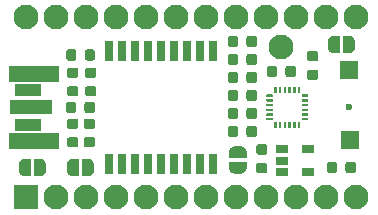
<source format=gbr>
G04 #@! TF.GenerationSoftware,KiCad,Pcbnew,5.1.5+dfsg1-2build2*
G04 #@! TF.CreationDate,2021-03-15T22:54:08+01:00*
G04 #@! TF.ProjectId,ProMicro_POS,50726f4d-6963-4726-9f5f-504f532e6b69,v3.4*
G04 #@! TF.SameCoordinates,Original*
G04 #@! TF.FileFunction,Soldermask,Top*
G04 #@! TF.FilePolarity,Negative*
%FSLAX46Y46*%
G04 Gerber Fmt 4.6, Leading zero omitted, Abs format (unit mm)*
G04 Created by KiCad*
%MOMM*%
%LPD*%
G04 APERTURE LIST*
%ADD10C,0.100000*%
%ADD11R,2.100000X2.100000*%
%ADD12C,2.100000*%
%ADD13C,0.600000*%
%ADD14R,1.060000X0.650000*%
%ADD15R,1.500000X1.500000*%
%ADD16R,2.200000X1.050000*%
%ADD17R,1.050000X1.000000*%
%ADD18R,3.600000X1.270000*%
%ADD19R,4.200000X1.350000*%
%ADD20R,0.700000X1.800000*%
%ADD21R,0.800000X1.800000*%
G04 APERTURE END LIST*
D10*
G36*
X146315691Y-95538053D02*
G01*
X146336926Y-95541203D01*
X146357750Y-95546419D01*
X146377962Y-95553651D01*
X146397368Y-95562830D01*
X146415781Y-95573866D01*
X146433024Y-95586654D01*
X146448930Y-95601070D01*
X146463346Y-95616976D01*
X146476134Y-95634219D01*
X146487170Y-95652632D01*
X146496349Y-95672038D01*
X146503581Y-95692250D01*
X146508797Y-95713074D01*
X146511947Y-95734309D01*
X146513000Y-95755750D01*
X146513000Y-96268250D01*
X146511947Y-96289691D01*
X146508797Y-96310926D01*
X146503581Y-96331750D01*
X146496349Y-96351962D01*
X146487170Y-96371368D01*
X146476134Y-96389781D01*
X146463346Y-96407024D01*
X146448930Y-96422930D01*
X146433024Y-96437346D01*
X146415781Y-96450134D01*
X146397368Y-96461170D01*
X146377962Y-96470349D01*
X146357750Y-96477581D01*
X146336926Y-96482797D01*
X146315691Y-96485947D01*
X146294250Y-96487000D01*
X145856750Y-96487000D01*
X145835309Y-96485947D01*
X145814074Y-96482797D01*
X145793250Y-96477581D01*
X145773038Y-96470349D01*
X145753632Y-96461170D01*
X145735219Y-96450134D01*
X145717976Y-96437346D01*
X145702070Y-96422930D01*
X145687654Y-96407024D01*
X145674866Y-96389781D01*
X145663830Y-96371368D01*
X145654651Y-96351962D01*
X145647419Y-96331750D01*
X145642203Y-96310926D01*
X145639053Y-96289691D01*
X145638000Y-96268250D01*
X145638000Y-95755750D01*
X145639053Y-95734309D01*
X145642203Y-95713074D01*
X145647419Y-95692250D01*
X145654651Y-95672038D01*
X145663830Y-95652632D01*
X145674866Y-95634219D01*
X145687654Y-95616976D01*
X145702070Y-95601070D01*
X145717976Y-95586654D01*
X145735219Y-95573866D01*
X145753632Y-95562830D01*
X145773038Y-95553651D01*
X145793250Y-95546419D01*
X145814074Y-95541203D01*
X145835309Y-95538053D01*
X145856750Y-95537000D01*
X146294250Y-95537000D01*
X146315691Y-95538053D01*
G37*
G36*
X144740691Y-95538053D02*
G01*
X144761926Y-95541203D01*
X144782750Y-95546419D01*
X144802962Y-95553651D01*
X144822368Y-95562830D01*
X144840781Y-95573866D01*
X144858024Y-95586654D01*
X144873930Y-95601070D01*
X144888346Y-95616976D01*
X144901134Y-95634219D01*
X144912170Y-95652632D01*
X144921349Y-95672038D01*
X144928581Y-95692250D01*
X144933797Y-95713074D01*
X144936947Y-95734309D01*
X144938000Y-95755750D01*
X144938000Y-96268250D01*
X144936947Y-96289691D01*
X144933797Y-96310926D01*
X144928581Y-96331750D01*
X144921349Y-96351962D01*
X144912170Y-96371368D01*
X144901134Y-96389781D01*
X144888346Y-96407024D01*
X144873930Y-96422930D01*
X144858024Y-96437346D01*
X144840781Y-96450134D01*
X144822368Y-96461170D01*
X144802962Y-96470349D01*
X144782750Y-96477581D01*
X144761926Y-96482797D01*
X144740691Y-96485947D01*
X144719250Y-96487000D01*
X144281750Y-96487000D01*
X144260309Y-96485947D01*
X144239074Y-96482797D01*
X144218250Y-96477581D01*
X144198038Y-96470349D01*
X144178632Y-96461170D01*
X144160219Y-96450134D01*
X144142976Y-96437346D01*
X144127070Y-96422930D01*
X144112654Y-96407024D01*
X144099866Y-96389781D01*
X144088830Y-96371368D01*
X144079651Y-96351962D01*
X144072419Y-96331750D01*
X144067203Y-96310926D01*
X144064053Y-96289691D01*
X144063000Y-96268250D01*
X144063000Y-95755750D01*
X144064053Y-95734309D01*
X144067203Y-95713074D01*
X144072419Y-95692250D01*
X144079651Y-95672038D01*
X144088830Y-95652632D01*
X144099866Y-95634219D01*
X144112654Y-95616976D01*
X144127070Y-95601070D01*
X144142976Y-95586654D01*
X144160219Y-95573866D01*
X144178632Y-95562830D01*
X144198038Y-95553651D01*
X144218250Y-95546419D01*
X144239074Y-95541203D01*
X144260309Y-95538053D01*
X144281750Y-95537000D01*
X144719250Y-95537000D01*
X144740691Y-95538053D01*
G37*
G36*
X146315691Y-94014053D02*
G01*
X146336926Y-94017203D01*
X146357750Y-94022419D01*
X146377962Y-94029651D01*
X146397368Y-94038830D01*
X146415781Y-94049866D01*
X146433024Y-94062654D01*
X146448930Y-94077070D01*
X146463346Y-94092976D01*
X146476134Y-94110219D01*
X146487170Y-94128632D01*
X146496349Y-94148038D01*
X146503581Y-94168250D01*
X146508797Y-94189074D01*
X146511947Y-94210309D01*
X146513000Y-94231750D01*
X146513000Y-94744250D01*
X146511947Y-94765691D01*
X146508797Y-94786926D01*
X146503581Y-94807750D01*
X146496349Y-94827962D01*
X146487170Y-94847368D01*
X146476134Y-94865781D01*
X146463346Y-94883024D01*
X146448930Y-94898930D01*
X146433024Y-94913346D01*
X146415781Y-94926134D01*
X146397368Y-94937170D01*
X146377962Y-94946349D01*
X146357750Y-94953581D01*
X146336926Y-94958797D01*
X146315691Y-94961947D01*
X146294250Y-94963000D01*
X145856750Y-94963000D01*
X145835309Y-94961947D01*
X145814074Y-94958797D01*
X145793250Y-94953581D01*
X145773038Y-94946349D01*
X145753632Y-94937170D01*
X145735219Y-94926134D01*
X145717976Y-94913346D01*
X145702070Y-94898930D01*
X145687654Y-94883024D01*
X145674866Y-94865781D01*
X145663830Y-94847368D01*
X145654651Y-94827962D01*
X145647419Y-94807750D01*
X145642203Y-94786926D01*
X145639053Y-94765691D01*
X145638000Y-94744250D01*
X145638000Y-94231750D01*
X145639053Y-94210309D01*
X145642203Y-94189074D01*
X145647419Y-94168250D01*
X145654651Y-94148038D01*
X145663830Y-94128632D01*
X145674866Y-94110219D01*
X145687654Y-94092976D01*
X145702070Y-94077070D01*
X145717976Y-94062654D01*
X145735219Y-94049866D01*
X145753632Y-94038830D01*
X145773038Y-94029651D01*
X145793250Y-94022419D01*
X145814074Y-94017203D01*
X145835309Y-94014053D01*
X145856750Y-94013000D01*
X146294250Y-94013000D01*
X146315691Y-94014053D01*
G37*
G36*
X144740691Y-94014053D02*
G01*
X144761926Y-94017203D01*
X144782750Y-94022419D01*
X144802962Y-94029651D01*
X144822368Y-94038830D01*
X144840781Y-94049866D01*
X144858024Y-94062654D01*
X144873930Y-94077070D01*
X144888346Y-94092976D01*
X144901134Y-94110219D01*
X144912170Y-94128632D01*
X144921349Y-94148038D01*
X144928581Y-94168250D01*
X144933797Y-94189074D01*
X144936947Y-94210309D01*
X144938000Y-94231750D01*
X144938000Y-94744250D01*
X144936947Y-94765691D01*
X144933797Y-94786926D01*
X144928581Y-94807750D01*
X144921349Y-94827962D01*
X144912170Y-94847368D01*
X144901134Y-94865781D01*
X144888346Y-94883024D01*
X144873930Y-94898930D01*
X144858024Y-94913346D01*
X144840781Y-94926134D01*
X144822368Y-94937170D01*
X144802962Y-94946349D01*
X144782750Y-94953581D01*
X144761926Y-94958797D01*
X144740691Y-94961947D01*
X144719250Y-94963000D01*
X144281750Y-94963000D01*
X144260309Y-94961947D01*
X144239074Y-94958797D01*
X144218250Y-94953581D01*
X144198038Y-94946349D01*
X144178632Y-94937170D01*
X144160219Y-94926134D01*
X144142976Y-94913346D01*
X144127070Y-94898930D01*
X144112654Y-94883024D01*
X144099866Y-94865781D01*
X144088830Y-94847368D01*
X144079651Y-94827962D01*
X144072419Y-94807750D01*
X144067203Y-94786926D01*
X144064053Y-94765691D01*
X144063000Y-94744250D01*
X144063000Y-94231750D01*
X144064053Y-94210309D01*
X144067203Y-94189074D01*
X144072419Y-94168250D01*
X144079651Y-94148038D01*
X144088830Y-94128632D01*
X144099866Y-94110219D01*
X144112654Y-94092976D01*
X144127070Y-94077070D01*
X144142976Y-94062654D01*
X144160219Y-94049866D01*
X144178632Y-94038830D01*
X144198038Y-94029651D01*
X144218250Y-94022419D01*
X144239074Y-94017203D01*
X144260309Y-94014053D01*
X144281750Y-94013000D01*
X144719250Y-94013000D01*
X144740691Y-94014053D01*
G37*
G36*
X144740691Y-89442053D02*
G01*
X144761926Y-89445203D01*
X144782750Y-89450419D01*
X144802962Y-89457651D01*
X144822368Y-89466830D01*
X144840781Y-89477866D01*
X144858024Y-89490654D01*
X144873930Y-89505070D01*
X144888346Y-89520976D01*
X144901134Y-89538219D01*
X144912170Y-89556632D01*
X144921349Y-89576038D01*
X144928581Y-89596250D01*
X144933797Y-89617074D01*
X144936947Y-89638309D01*
X144938000Y-89659750D01*
X144938000Y-90172250D01*
X144936947Y-90193691D01*
X144933797Y-90214926D01*
X144928581Y-90235750D01*
X144921349Y-90255962D01*
X144912170Y-90275368D01*
X144901134Y-90293781D01*
X144888346Y-90311024D01*
X144873930Y-90326930D01*
X144858024Y-90341346D01*
X144840781Y-90354134D01*
X144822368Y-90365170D01*
X144802962Y-90374349D01*
X144782750Y-90381581D01*
X144761926Y-90386797D01*
X144740691Y-90389947D01*
X144719250Y-90391000D01*
X144281750Y-90391000D01*
X144260309Y-90389947D01*
X144239074Y-90386797D01*
X144218250Y-90381581D01*
X144198038Y-90374349D01*
X144178632Y-90365170D01*
X144160219Y-90354134D01*
X144142976Y-90341346D01*
X144127070Y-90326930D01*
X144112654Y-90311024D01*
X144099866Y-90293781D01*
X144088830Y-90275368D01*
X144079651Y-90255962D01*
X144072419Y-90235750D01*
X144067203Y-90214926D01*
X144064053Y-90193691D01*
X144063000Y-90172250D01*
X144063000Y-89659750D01*
X144064053Y-89638309D01*
X144067203Y-89617074D01*
X144072419Y-89596250D01*
X144079651Y-89576038D01*
X144088830Y-89556632D01*
X144099866Y-89538219D01*
X144112654Y-89520976D01*
X144127070Y-89505070D01*
X144142976Y-89490654D01*
X144160219Y-89477866D01*
X144178632Y-89466830D01*
X144198038Y-89457651D01*
X144218250Y-89450419D01*
X144239074Y-89445203D01*
X144260309Y-89442053D01*
X144281750Y-89441000D01*
X144719250Y-89441000D01*
X144740691Y-89442053D01*
G37*
G36*
X146315691Y-89442053D02*
G01*
X146336926Y-89445203D01*
X146357750Y-89450419D01*
X146377962Y-89457651D01*
X146397368Y-89466830D01*
X146415781Y-89477866D01*
X146433024Y-89490654D01*
X146448930Y-89505070D01*
X146463346Y-89520976D01*
X146476134Y-89538219D01*
X146487170Y-89556632D01*
X146496349Y-89576038D01*
X146503581Y-89596250D01*
X146508797Y-89617074D01*
X146511947Y-89638309D01*
X146513000Y-89659750D01*
X146513000Y-90172250D01*
X146511947Y-90193691D01*
X146508797Y-90214926D01*
X146503581Y-90235750D01*
X146496349Y-90255962D01*
X146487170Y-90275368D01*
X146476134Y-90293781D01*
X146463346Y-90311024D01*
X146448930Y-90326930D01*
X146433024Y-90341346D01*
X146415781Y-90354134D01*
X146397368Y-90365170D01*
X146377962Y-90374349D01*
X146357750Y-90381581D01*
X146336926Y-90386797D01*
X146315691Y-90389947D01*
X146294250Y-90391000D01*
X145856750Y-90391000D01*
X145835309Y-90389947D01*
X145814074Y-90386797D01*
X145793250Y-90381581D01*
X145773038Y-90374349D01*
X145753632Y-90365170D01*
X145735219Y-90354134D01*
X145717976Y-90341346D01*
X145702070Y-90326930D01*
X145687654Y-90311024D01*
X145674866Y-90293781D01*
X145663830Y-90275368D01*
X145654651Y-90255962D01*
X145647419Y-90235750D01*
X145642203Y-90214926D01*
X145639053Y-90193691D01*
X145638000Y-90172250D01*
X145638000Y-89659750D01*
X145639053Y-89638309D01*
X145642203Y-89617074D01*
X145647419Y-89596250D01*
X145654651Y-89576038D01*
X145663830Y-89556632D01*
X145674866Y-89538219D01*
X145687654Y-89520976D01*
X145702070Y-89505070D01*
X145717976Y-89490654D01*
X145735219Y-89477866D01*
X145753632Y-89466830D01*
X145773038Y-89457651D01*
X145793250Y-89450419D01*
X145814074Y-89445203D01*
X145835309Y-89442053D01*
X145856750Y-89441000D01*
X146294250Y-89441000D01*
X146315691Y-89442053D01*
G37*
G36*
X132599691Y-93506053D02*
G01*
X132620926Y-93509203D01*
X132641750Y-93514419D01*
X132661962Y-93521651D01*
X132681368Y-93530830D01*
X132699781Y-93541866D01*
X132717024Y-93554654D01*
X132732930Y-93569070D01*
X132747346Y-93584976D01*
X132760134Y-93602219D01*
X132771170Y-93620632D01*
X132780349Y-93640038D01*
X132787581Y-93660250D01*
X132792797Y-93681074D01*
X132795947Y-93702309D01*
X132797000Y-93723750D01*
X132797000Y-94236250D01*
X132795947Y-94257691D01*
X132792797Y-94278926D01*
X132787581Y-94299750D01*
X132780349Y-94319962D01*
X132771170Y-94339368D01*
X132760134Y-94357781D01*
X132747346Y-94375024D01*
X132732930Y-94390930D01*
X132717024Y-94405346D01*
X132699781Y-94418134D01*
X132681368Y-94429170D01*
X132661962Y-94438349D01*
X132641750Y-94445581D01*
X132620926Y-94450797D01*
X132599691Y-94453947D01*
X132578250Y-94455000D01*
X132140750Y-94455000D01*
X132119309Y-94453947D01*
X132098074Y-94450797D01*
X132077250Y-94445581D01*
X132057038Y-94438349D01*
X132037632Y-94429170D01*
X132019219Y-94418134D01*
X132001976Y-94405346D01*
X131986070Y-94390930D01*
X131971654Y-94375024D01*
X131958866Y-94357781D01*
X131947830Y-94339368D01*
X131938651Y-94319962D01*
X131931419Y-94299750D01*
X131926203Y-94278926D01*
X131923053Y-94257691D01*
X131922000Y-94236250D01*
X131922000Y-93723750D01*
X131923053Y-93702309D01*
X131926203Y-93681074D01*
X131931419Y-93660250D01*
X131938651Y-93640038D01*
X131947830Y-93620632D01*
X131958866Y-93602219D01*
X131971654Y-93584976D01*
X131986070Y-93569070D01*
X132001976Y-93554654D01*
X132019219Y-93541866D01*
X132037632Y-93530830D01*
X132057038Y-93521651D01*
X132077250Y-93514419D01*
X132098074Y-93509203D01*
X132119309Y-93506053D01*
X132140750Y-93505000D01*
X132578250Y-93505000D01*
X132599691Y-93506053D01*
G37*
G36*
X131024691Y-93506053D02*
G01*
X131045926Y-93509203D01*
X131066750Y-93514419D01*
X131086962Y-93521651D01*
X131106368Y-93530830D01*
X131124781Y-93541866D01*
X131142024Y-93554654D01*
X131157930Y-93569070D01*
X131172346Y-93584976D01*
X131185134Y-93602219D01*
X131196170Y-93620632D01*
X131205349Y-93640038D01*
X131212581Y-93660250D01*
X131217797Y-93681074D01*
X131220947Y-93702309D01*
X131222000Y-93723750D01*
X131222000Y-94236250D01*
X131220947Y-94257691D01*
X131217797Y-94278926D01*
X131212581Y-94299750D01*
X131205349Y-94319962D01*
X131196170Y-94339368D01*
X131185134Y-94357781D01*
X131172346Y-94375024D01*
X131157930Y-94390930D01*
X131142024Y-94405346D01*
X131124781Y-94418134D01*
X131106368Y-94429170D01*
X131086962Y-94438349D01*
X131066750Y-94445581D01*
X131045926Y-94450797D01*
X131024691Y-94453947D01*
X131003250Y-94455000D01*
X130565750Y-94455000D01*
X130544309Y-94453947D01*
X130523074Y-94450797D01*
X130502250Y-94445581D01*
X130482038Y-94438349D01*
X130462632Y-94429170D01*
X130444219Y-94418134D01*
X130426976Y-94405346D01*
X130411070Y-94390930D01*
X130396654Y-94375024D01*
X130383866Y-94357781D01*
X130372830Y-94339368D01*
X130363651Y-94319962D01*
X130356419Y-94299750D01*
X130351203Y-94278926D01*
X130348053Y-94257691D01*
X130347000Y-94236250D01*
X130347000Y-93723750D01*
X130348053Y-93702309D01*
X130351203Y-93681074D01*
X130356419Y-93660250D01*
X130363651Y-93640038D01*
X130372830Y-93620632D01*
X130383866Y-93602219D01*
X130396654Y-93584976D01*
X130411070Y-93569070D01*
X130426976Y-93554654D01*
X130444219Y-93541866D01*
X130462632Y-93530830D01*
X130482038Y-93521651D01*
X130502250Y-93514419D01*
X130523074Y-93509203D01*
X130544309Y-93506053D01*
X130565750Y-93505000D01*
X131003250Y-93505000D01*
X131024691Y-93506053D01*
G37*
G36*
X132738691Y-92172053D02*
G01*
X132759926Y-92175203D01*
X132780750Y-92180419D01*
X132800962Y-92187651D01*
X132820368Y-92196830D01*
X132838781Y-92207866D01*
X132856024Y-92220654D01*
X132871930Y-92235070D01*
X132886346Y-92250976D01*
X132899134Y-92268219D01*
X132910170Y-92286632D01*
X132919349Y-92306038D01*
X132926581Y-92326250D01*
X132931797Y-92347074D01*
X132934947Y-92368309D01*
X132936000Y-92389750D01*
X132936000Y-92827250D01*
X132934947Y-92848691D01*
X132931797Y-92869926D01*
X132926581Y-92890750D01*
X132919349Y-92910962D01*
X132910170Y-92930368D01*
X132899134Y-92948781D01*
X132886346Y-92966024D01*
X132871930Y-92981930D01*
X132856024Y-92996346D01*
X132838781Y-93009134D01*
X132820368Y-93020170D01*
X132800962Y-93029349D01*
X132780750Y-93036581D01*
X132759926Y-93041797D01*
X132738691Y-93044947D01*
X132717250Y-93046000D01*
X132204750Y-93046000D01*
X132183309Y-93044947D01*
X132162074Y-93041797D01*
X132141250Y-93036581D01*
X132121038Y-93029349D01*
X132101632Y-93020170D01*
X132083219Y-93009134D01*
X132065976Y-92996346D01*
X132050070Y-92981930D01*
X132035654Y-92966024D01*
X132022866Y-92948781D01*
X132011830Y-92930368D01*
X132002651Y-92910962D01*
X131995419Y-92890750D01*
X131990203Y-92869926D01*
X131987053Y-92848691D01*
X131986000Y-92827250D01*
X131986000Y-92389750D01*
X131987053Y-92368309D01*
X131990203Y-92347074D01*
X131995419Y-92326250D01*
X132002651Y-92306038D01*
X132011830Y-92286632D01*
X132022866Y-92268219D01*
X132035654Y-92250976D01*
X132050070Y-92235070D01*
X132065976Y-92220654D01*
X132083219Y-92207866D01*
X132101632Y-92196830D01*
X132121038Y-92187651D01*
X132141250Y-92180419D01*
X132162074Y-92175203D01*
X132183309Y-92172053D01*
X132204750Y-92171000D01*
X132717250Y-92171000D01*
X132738691Y-92172053D01*
G37*
G36*
X132738691Y-90597053D02*
G01*
X132759926Y-90600203D01*
X132780750Y-90605419D01*
X132800962Y-90612651D01*
X132820368Y-90621830D01*
X132838781Y-90632866D01*
X132856024Y-90645654D01*
X132871930Y-90660070D01*
X132886346Y-90675976D01*
X132899134Y-90693219D01*
X132910170Y-90711632D01*
X132919349Y-90731038D01*
X132926581Y-90751250D01*
X132931797Y-90772074D01*
X132934947Y-90793309D01*
X132936000Y-90814750D01*
X132936000Y-91252250D01*
X132934947Y-91273691D01*
X132931797Y-91294926D01*
X132926581Y-91315750D01*
X132919349Y-91335962D01*
X132910170Y-91355368D01*
X132899134Y-91373781D01*
X132886346Y-91391024D01*
X132871930Y-91406930D01*
X132856024Y-91421346D01*
X132838781Y-91434134D01*
X132820368Y-91445170D01*
X132800962Y-91454349D01*
X132780750Y-91461581D01*
X132759926Y-91466797D01*
X132738691Y-91469947D01*
X132717250Y-91471000D01*
X132204750Y-91471000D01*
X132183309Y-91469947D01*
X132162074Y-91466797D01*
X132141250Y-91461581D01*
X132121038Y-91454349D01*
X132101632Y-91445170D01*
X132083219Y-91434134D01*
X132065976Y-91421346D01*
X132050070Y-91406930D01*
X132035654Y-91391024D01*
X132022866Y-91373781D01*
X132011830Y-91355368D01*
X132002651Y-91335962D01*
X131995419Y-91315750D01*
X131990203Y-91294926D01*
X131987053Y-91273691D01*
X131986000Y-91252250D01*
X131986000Y-90814750D01*
X131987053Y-90793309D01*
X131990203Y-90772074D01*
X131995419Y-90751250D01*
X132002651Y-90731038D01*
X132011830Y-90711632D01*
X132022866Y-90693219D01*
X132035654Y-90675976D01*
X132050070Y-90660070D01*
X132065976Y-90645654D01*
X132083219Y-90632866D01*
X132101632Y-90621830D01*
X132121038Y-90612651D01*
X132141250Y-90605419D01*
X132162074Y-90600203D01*
X132183309Y-90597053D01*
X132204750Y-90596000D01*
X132717250Y-90596000D01*
X132738691Y-90597053D01*
G37*
G36*
X131214691Y-92172053D02*
G01*
X131235926Y-92175203D01*
X131256750Y-92180419D01*
X131276962Y-92187651D01*
X131296368Y-92196830D01*
X131314781Y-92207866D01*
X131332024Y-92220654D01*
X131347930Y-92235070D01*
X131362346Y-92250976D01*
X131375134Y-92268219D01*
X131386170Y-92286632D01*
X131395349Y-92306038D01*
X131402581Y-92326250D01*
X131407797Y-92347074D01*
X131410947Y-92368309D01*
X131412000Y-92389750D01*
X131412000Y-92827250D01*
X131410947Y-92848691D01*
X131407797Y-92869926D01*
X131402581Y-92890750D01*
X131395349Y-92910962D01*
X131386170Y-92930368D01*
X131375134Y-92948781D01*
X131362346Y-92966024D01*
X131347930Y-92981930D01*
X131332024Y-92996346D01*
X131314781Y-93009134D01*
X131296368Y-93020170D01*
X131276962Y-93029349D01*
X131256750Y-93036581D01*
X131235926Y-93041797D01*
X131214691Y-93044947D01*
X131193250Y-93046000D01*
X130680750Y-93046000D01*
X130659309Y-93044947D01*
X130638074Y-93041797D01*
X130617250Y-93036581D01*
X130597038Y-93029349D01*
X130577632Y-93020170D01*
X130559219Y-93009134D01*
X130541976Y-92996346D01*
X130526070Y-92981930D01*
X130511654Y-92966024D01*
X130498866Y-92948781D01*
X130487830Y-92930368D01*
X130478651Y-92910962D01*
X130471419Y-92890750D01*
X130466203Y-92869926D01*
X130463053Y-92848691D01*
X130462000Y-92827250D01*
X130462000Y-92389750D01*
X130463053Y-92368309D01*
X130466203Y-92347074D01*
X130471419Y-92326250D01*
X130478651Y-92306038D01*
X130487830Y-92286632D01*
X130498866Y-92268219D01*
X130511654Y-92250976D01*
X130526070Y-92235070D01*
X130541976Y-92220654D01*
X130559219Y-92207866D01*
X130577632Y-92196830D01*
X130597038Y-92187651D01*
X130617250Y-92180419D01*
X130638074Y-92175203D01*
X130659309Y-92172053D01*
X130680750Y-92171000D01*
X131193250Y-92171000D01*
X131214691Y-92172053D01*
G37*
G36*
X131214691Y-90597053D02*
G01*
X131235926Y-90600203D01*
X131256750Y-90605419D01*
X131276962Y-90612651D01*
X131296368Y-90621830D01*
X131314781Y-90632866D01*
X131332024Y-90645654D01*
X131347930Y-90660070D01*
X131362346Y-90675976D01*
X131375134Y-90693219D01*
X131386170Y-90711632D01*
X131395349Y-90731038D01*
X131402581Y-90751250D01*
X131407797Y-90772074D01*
X131410947Y-90793309D01*
X131412000Y-90814750D01*
X131412000Y-91252250D01*
X131410947Y-91273691D01*
X131407797Y-91294926D01*
X131402581Y-91315750D01*
X131395349Y-91335962D01*
X131386170Y-91355368D01*
X131375134Y-91373781D01*
X131362346Y-91391024D01*
X131347930Y-91406930D01*
X131332024Y-91421346D01*
X131314781Y-91434134D01*
X131296368Y-91445170D01*
X131276962Y-91454349D01*
X131256750Y-91461581D01*
X131235926Y-91466797D01*
X131214691Y-91469947D01*
X131193250Y-91471000D01*
X130680750Y-91471000D01*
X130659309Y-91469947D01*
X130638074Y-91466797D01*
X130617250Y-91461581D01*
X130597038Y-91454349D01*
X130577632Y-91445170D01*
X130559219Y-91434134D01*
X130541976Y-91421346D01*
X130526070Y-91406930D01*
X130511654Y-91391024D01*
X130498866Y-91373781D01*
X130487830Y-91355368D01*
X130478651Y-91335962D01*
X130471419Y-91315750D01*
X130466203Y-91294926D01*
X130463053Y-91273691D01*
X130462000Y-91252250D01*
X130462000Y-90814750D01*
X130463053Y-90793309D01*
X130466203Y-90772074D01*
X130471419Y-90751250D01*
X130478651Y-90731038D01*
X130487830Y-90711632D01*
X130498866Y-90693219D01*
X130511654Y-90675976D01*
X130526070Y-90660070D01*
X130541976Y-90645654D01*
X130559219Y-90632866D01*
X130577632Y-90621830D01*
X130597038Y-90612651D01*
X130617250Y-90605419D01*
X130638074Y-90600203D01*
X130659309Y-90597053D01*
X130680750Y-90596000D01*
X131193250Y-90596000D01*
X131214691Y-90597053D01*
G37*
G36*
X131214691Y-96490053D02*
G01*
X131235926Y-96493203D01*
X131256750Y-96498419D01*
X131276962Y-96505651D01*
X131296368Y-96514830D01*
X131314781Y-96525866D01*
X131332024Y-96538654D01*
X131347930Y-96553070D01*
X131362346Y-96568976D01*
X131375134Y-96586219D01*
X131386170Y-96604632D01*
X131395349Y-96624038D01*
X131402581Y-96644250D01*
X131407797Y-96665074D01*
X131410947Y-96686309D01*
X131412000Y-96707750D01*
X131412000Y-97145250D01*
X131410947Y-97166691D01*
X131407797Y-97187926D01*
X131402581Y-97208750D01*
X131395349Y-97228962D01*
X131386170Y-97248368D01*
X131375134Y-97266781D01*
X131362346Y-97284024D01*
X131347930Y-97299930D01*
X131332024Y-97314346D01*
X131314781Y-97327134D01*
X131296368Y-97338170D01*
X131276962Y-97347349D01*
X131256750Y-97354581D01*
X131235926Y-97359797D01*
X131214691Y-97362947D01*
X131193250Y-97364000D01*
X130680750Y-97364000D01*
X130659309Y-97362947D01*
X130638074Y-97359797D01*
X130617250Y-97354581D01*
X130597038Y-97347349D01*
X130577632Y-97338170D01*
X130559219Y-97327134D01*
X130541976Y-97314346D01*
X130526070Y-97299930D01*
X130511654Y-97284024D01*
X130498866Y-97266781D01*
X130487830Y-97248368D01*
X130478651Y-97228962D01*
X130471419Y-97208750D01*
X130466203Y-97187926D01*
X130463053Y-97166691D01*
X130462000Y-97145250D01*
X130462000Y-96707750D01*
X130463053Y-96686309D01*
X130466203Y-96665074D01*
X130471419Y-96644250D01*
X130478651Y-96624038D01*
X130487830Y-96604632D01*
X130498866Y-96586219D01*
X130511654Y-96568976D01*
X130526070Y-96553070D01*
X130541976Y-96538654D01*
X130559219Y-96525866D01*
X130577632Y-96514830D01*
X130597038Y-96505651D01*
X130617250Y-96498419D01*
X130638074Y-96493203D01*
X130659309Y-96490053D01*
X130680750Y-96489000D01*
X131193250Y-96489000D01*
X131214691Y-96490053D01*
G37*
G36*
X131214691Y-94915053D02*
G01*
X131235926Y-94918203D01*
X131256750Y-94923419D01*
X131276962Y-94930651D01*
X131296368Y-94939830D01*
X131314781Y-94950866D01*
X131332024Y-94963654D01*
X131347930Y-94978070D01*
X131362346Y-94993976D01*
X131375134Y-95011219D01*
X131386170Y-95029632D01*
X131395349Y-95049038D01*
X131402581Y-95069250D01*
X131407797Y-95090074D01*
X131410947Y-95111309D01*
X131412000Y-95132750D01*
X131412000Y-95570250D01*
X131410947Y-95591691D01*
X131407797Y-95612926D01*
X131402581Y-95633750D01*
X131395349Y-95653962D01*
X131386170Y-95673368D01*
X131375134Y-95691781D01*
X131362346Y-95709024D01*
X131347930Y-95724930D01*
X131332024Y-95739346D01*
X131314781Y-95752134D01*
X131296368Y-95763170D01*
X131276962Y-95772349D01*
X131256750Y-95779581D01*
X131235926Y-95784797D01*
X131214691Y-95787947D01*
X131193250Y-95789000D01*
X130680750Y-95789000D01*
X130659309Y-95787947D01*
X130638074Y-95784797D01*
X130617250Y-95779581D01*
X130597038Y-95772349D01*
X130577632Y-95763170D01*
X130559219Y-95752134D01*
X130541976Y-95739346D01*
X130526070Y-95724930D01*
X130511654Y-95709024D01*
X130498866Y-95691781D01*
X130487830Y-95673368D01*
X130478651Y-95653962D01*
X130471419Y-95633750D01*
X130466203Y-95612926D01*
X130463053Y-95591691D01*
X130462000Y-95570250D01*
X130462000Y-95132750D01*
X130463053Y-95111309D01*
X130466203Y-95090074D01*
X130471419Y-95069250D01*
X130478651Y-95049038D01*
X130487830Y-95029632D01*
X130498866Y-95011219D01*
X130511654Y-94993976D01*
X130526070Y-94978070D01*
X130541976Y-94963654D01*
X130559219Y-94950866D01*
X130577632Y-94939830D01*
X130597038Y-94930651D01*
X130617250Y-94923419D01*
X130638074Y-94918203D01*
X130659309Y-94915053D01*
X130680750Y-94914000D01*
X131193250Y-94914000D01*
X131214691Y-94915053D01*
G37*
G36*
X132611691Y-96490053D02*
G01*
X132632926Y-96493203D01*
X132653750Y-96498419D01*
X132673962Y-96505651D01*
X132693368Y-96514830D01*
X132711781Y-96525866D01*
X132729024Y-96538654D01*
X132744930Y-96553070D01*
X132759346Y-96568976D01*
X132772134Y-96586219D01*
X132783170Y-96604632D01*
X132792349Y-96624038D01*
X132799581Y-96644250D01*
X132804797Y-96665074D01*
X132807947Y-96686309D01*
X132809000Y-96707750D01*
X132809000Y-97145250D01*
X132807947Y-97166691D01*
X132804797Y-97187926D01*
X132799581Y-97208750D01*
X132792349Y-97228962D01*
X132783170Y-97248368D01*
X132772134Y-97266781D01*
X132759346Y-97284024D01*
X132744930Y-97299930D01*
X132729024Y-97314346D01*
X132711781Y-97327134D01*
X132693368Y-97338170D01*
X132673962Y-97347349D01*
X132653750Y-97354581D01*
X132632926Y-97359797D01*
X132611691Y-97362947D01*
X132590250Y-97364000D01*
X132077750Y-97364000D01*
X132056309Y-97362947D01*
X132035074Y-97359797D01*
X132014250Y-97354581D01*
X131994038Y-97347349D01*
X131974632Y-97338170D01*
X131956219Y-97327134D01*
X131938976Y-97314346D01*
X131923070Y-97299930D01*
X131908654Y-97284024D01*
X131895866Y-97266781D01*
X131884830Y-97248368D01*
X131875651Y-97228962D01*
X131868419Y-97208750D01*
X131863203Y-97187926D01*
X131860053Y-97166691D01*
X131859000Y-97145250D01*
X131859000Y-96707750D01*
X131860053Y-96686309D01*
X131863203Y-96665074D01*
X131868419Y-96644250D01*
X131875651Y-96624038D01*
X131884830Y-96604632D01*
X131895866Y-96586219D01*
X131908654Y-96568976D01*
X131923070Y-96553070D01*
X131938976Y-96538654D01*
X131956219Y-96525866D01*
X131974632Y-96514830D01*
X131994038Y-96505651D01*
X132014250Y-96498419D01*
X132035074Y-96493203D01*
X132056309Y-96490053D01*
X132077750Y-96489000D01*
X132590250Y-96489000D01*
X132611691Y-96490053D01*
G37*
G36*
X132611691Y-94915053D02*
G01*
X132632926Y-94918203D01*
X132653750Y-94923419D01*
X132673962Y-94930651D01*
X132693368Y-94939830D01*
X132711781Y-94950866D01*
X132729024Y-94963654D01*
X132744930Y-94978070D01*
X132759346Y-94993976D01*
X132772134Y-95011219D01*
X132783170Y-95029632D01*
X132792349Y-95049038D01*
X132799581Y-95069250D01*
X132804797Y-95090074D01*
X132807947Y-95111309D01*
X132809000Y-95132750D01*
X132809000Y-95570250D01*
X132807947Y-95591691D01*
X132804797Y-95612926D01*
X132799581Y-95633750D01*
X132792349Y-95653962D01*
X132783170Y-95673368D01*
X132772134Y-95691781D01*
X132759346Y-95709024D01*
X132744930Y-95724930D01*
X132729024Y-95739346D01*
X132711781Y-95752134D01*
X132693368Y-95763170D01*
X132673962Y-95772349D01*
X132653750Y-95779581D01*
X132632926Y-95784797D01*
X132611691Y-95787947D01*
X132590250Y-95789000D01*
X132077750Y-95789000D01*
X132056309Y-95787947D01*
X132035074Y-95784797D01*
X132014250Y-95779581D01*
X131994038Y-95772349D01*
X131974632Y-95763170D01*
X131956219Y-95752134D01*
X131938976Y-95739346D01*
X131923070Y-95724930D01*
X131908654Y-95709024D01*
X131895866Y-95691781D01*
X131884830Y-95673368D01*
X131875651Y-95653962D01*
X131868419Y-95633750D01*
X131863203Y-95612926D01*
X131860053Y-95591691D01*
X131859000Y-95570250D01*
X131859000Y-95132750D01*
X131860053Y-95111309D01*
X131863203Y-95090074D01*
X131868419Y-95069250D01*
X131875651Y-95049038D01*
X131884830Y-95029632D01*
X131895866Y-95011219D01*
X131908654Y-94993976D01*
X131923070Y-94978070D01*
X131938976Y-94963654D01*
X131956219Y-94950866D01*
X131974632Y-94939830D01*
X131994038Y-94930651D01*
X132014250Y-94923419D01*
X132035074Y-94918203D01*
X132056309Y-94915053D01*
X132077750Y-94914000D01*
X132590250Y-94914000D01*
X132611691Y-94915053D01*
G37*
G36*
X131047691Y-89061053D02*
G01*
X131068926Y-89064203D01*
X131089750Y-89069419D01*
X131109962Y-89076651D01*
X131129368Y-89085830D01*
X131147781Y-89096866D01*
X131165024Y-89109654D01*
X131180930Y-89124070D01*
X131195346Y-89139976D01*
X131208134Y-89157219D01*
X131219170Y-89175632D01*
X131228349Y-89195038D01*
X131235581Y-89215250D01*
X131240797Y-89236074D01*
X131243947Y-89257309D01*
X131245000Y-89278750D01*
X131245000Y-89791250D01*
X131243947Y-89812691D01*
X131240797Y-89833926D01*
X131235581Y-89854750D01*
X131228349Y-89874962D01*
X131219170Y-89894368D01*
X131208134Y-89912781D01*
X131195346Y-89930024D01*
X131180930Y-89945930D01*
X131165024Y-89960346D01*
X131147781Y-89973134D01*
X131129368Y-89984170D01*
X131109962Y-89993349D01*
X131089750Y-90000581D01*
X131068926Y-90005797D01*
X131047691Y-90008947D01*
X131026250Y-90010000D01*
X130588750Y-90010000D01*
X130567309Y-90008947D01*
X130546074Y-90005797D01*
X130525250Y-90000581D01*
X130505038Y-89993349D01*
X130485632Y-89984170D01*
X130467219Y-89973134D01*
X130449976Y-89960346D01*
X130434070Y-89945930D01*
X130419654Y-89930024D01*
X130406866Y-89912781D01*
X130395830Y-89894368D01*
X130386651Y-89874962D01*
X130379419Y-89854750D01*
X130374203Y-89833926D01*
X130371053Y-89812691D01*
X130370000Y-89791250D01*
X130370000Y-89278750D01*
X130371053Y-89257309D01*
X130374203Y-89236074D01*
X130379419Y-89215250D01*
X130386651Y-89195038D01*
X130395830Y-89175632D01*
X130406866Y-89157219D01*
X130419654Y-89139976D01*
X130434070Y-89124070D01*
X130449976Y-89109654D01*
X130467219Y-89096866D01*
X130485632Y-89085830D01*
X130505038Y-89076651D01*
X130525250Y-89069419D01*
X130546074Y-89064203D01*
X130567309Y-89061053D01*
X130588750Y-89060000D01*
X131026250Y-89060000D01*
X131047691Y-89061053D01*
G37*
G36*
X132622691Y-89061053D02*
G01*
X132643926Y-89064203D01*
X132664750Y-89069419D01*
X132684962Y-89076651D01*
X132704368Y-89085830D01*
X132722781Y-89096866D01*
X132740024Y-89109654D01*
X132755930Y-89124070D01*
X132770346Y-89139976D01*
X132783134Y-89157219D01*
X132794170Y-89175632D01*
X132803349Y-89195038D01*
X132810581Y-89215250D01*
X132815797Y-89236074D01*
X132818947Y-89257309D01*
X132820000Y-89278750D01*
X132820000Y-89791250D01*
X132818947Y-89812691D01*
X132815797Y-89833926D01*
X132810581Y-89854750D01*
X132803349Y-89874962D01*
X132794170Y-89894368D01*
X132783134Y-89912781D01*
X132770346Y-89930024D01*
X132755930Y-89945930D01*
X132740024Y-89960346D01*
X132722781Y-89973134D01*
X132704368Y-89984170D01*
X132684962Y-89993349D01*
X132664750Y-90000581D01*
X132643926Y-90005797D01*
X132622691Y-90008947D01*
X132601250Y-90010000D01*
X132163750Y-90010000D01*
X132142309Y-90008947D01*
X132121074Y-90005797D01*
X132100250Y-90000581D01*
X132080038Y-89993349D01*
X132060632Y-89984170D01*
X132042219Y-89973134D01*
X132024976Y-89960346D01*
X132009070Y-89945930D01*
X131994654Y-89930024D01*
X131981866Y-89912781D01*
X131970830Y-89894368D01*
X131961651Y-89874962D01*
X131954419Y-89854750D01*
X131949203Y-89833926D01*
X131946053Y-89812691D01*
X131945000Y-89791250D01*
X131945000Y-89278750D01*
X131946053Y-89257309D01*
X131949203Y-89236074D01*
X131954419Y-89215250D01*
X131961651Y-89195038D01*
X131970830Y-89175632D01*
X131981866Y-89157219D01*
X131994654Y-89139976D01*
X132009070Y-89124070D01*
X132024976Y-89109654D01*
X132042219Y-89096866D01*
X132060632Y-89085830D01*
X132080038Y-89076651D01*
X132100250Y-89069419D01*
X132121074Y-89064203D01*
X132142309Y-89061053D01*
X132163750Y-89060000D01*
X132601250Y-89060000D01*
X132622691Y-89061053D01*
G37*
G36*
X148042691Y-90458053D02*
G01*
X148063926Y-90461203D01*
X148084750Y-90466419D01*
X148104962Y-90473651D01*
X148124368Y-90482830D01*
X148142781Y-90493866D01*
X148160024Y-90506654D01*
X148175930Y-90521070D01*
X148190346Y-90536976D01*
X148203134Y-90554219D01*
X148214170Y-90572632D01*
X148223349Y-90592038D01*
X148230581Y-90612250D01*
X148235797Y-90633074D01*
X148238947Y-90654309D01*
X148240000Y-90675750D01*
X148240000Y-91188250D01*
X148238947Y-91209691D01*
X148235797Y-91230926D01*
X148230581Y-91251750D01*
X148223349Y-91271962D01*
X148214170Y-91291368D01*
X148203134Y-91309781D01*
X148190346Y-91327024D01*
X148175930Y-91342930D01*
X148160024Y-91357346D01*
X148142781Y-91370134D01*
X148124368Y-91381170D01*
X148104962Y-91390349D01*
X148084750Y-91397581D01*
X148063926Y-91402797D01*
X148042691Y-91405947D01*
X148021250Y-91407000D01*
X147583750Y-91407000D01*
X147562309Y-91405947D01*
X147541074Y-91402797D01*
X147520250Y-91397581D01*
X147500038Y-91390349D01*
X147480632Y-91381170D01*
X147462219Y-91370134D01*
X147444976Y-91357346D01*
X147429070Y-91342930D01*
X147414654Y-91327024D01*
X147401866Y-91309781D01*
X147390830Y-91291368D01*
X147381651Y-91271962D01*
X147374419Y-91251750D01*
X147369203Y-91230926D01*
X147366053Y-91209691D01*
X147365000Y-91188250D01*
X147365000Y-90675750D01*
X147366053Y-90654309D01*
X147369203Y-90633074D01*
X147374419Y-90612250D01*
X147381651Y-90592038D01*
X147390830Y-90572632D01*
X147401866Y-90554219D01*
X147414654Y-90536976D01*
X147429070Y-90521070D01*
X147444976Y-90506654D01*
X147462219Y-90493866D01*
X147480632Y-90482830D01*
X147500038Y-90473651D01*
X147520250Y-90466419D01*
X147541074Y-90461203D01*
X147562309Y-90458053D01*
X147583750Y-90457000D01*
X148021250Y-90457000D01*
X148042691Y-90458053D01*
G37*
G36*
X149617691Y-90458053D02*
G01*
X149638926Y-90461203D01*
X149659750Y-90466419D01*
X149679962Y-90473651D01*
X149699368Y-90482830D01*
X149717781Y-90493866D01*
X149735024Y-90506654D01*
X149750930Y-90521070D01*
X149765346Y-90536976D01*
X149778134Y-90554219D01*
X149789170Y-90572632D01*
X149798349Y-90592038D01*
X149805581Y-90612250D01*
X149810797Y-90633074D01*
X149813947Y-90654309D01*
X149815000Y-90675750D01*
X149815000Y-91188250D01*
X149813947Y-91209691D01*
X149810797Y-91230926D01*
X149805581Y-91251750D01*
X149798349Y-91271962D01*
X149789170Y-91291368D01*
X149778134Y-91309781D01*
X149765346Y-91327024D01*
X149750930Y-91342930D01*
X149735024Y-91357346D01*
X149717781Y-91370134D01*
X149699368Y-91381170D01*
X149679962Y-91390349D01*
X149659750Y-91397581D01*
X149638926Y-91402797D01*
X149617691Y-91405947D01*
X149596250Y-91407000D01*
X149158750Y-91407000D01*
X149137309Y-91405947D01*
X149116074Y-91402797D01*
X149095250Y-91397581D01*
X149075038Y-91390349D01*
X149055632Y-91381170D01*
X149037219Y-91370134D01*
X149019976Y-91357346D01*
X149004070Y-91342930D01*
X148989654Y-91327024D01*
X148976866Y-91309781D01*
X148965830Y-91291368D01*
X148956651Y-91271962D01*
X148949419Y-91251750D01*
X148944203Y-91230926D01*
X148941053Y-91209691D01*
X148940000Y-91188250D01*
X148940000Y-90675750D01*
X148941053Y-90654309D01*
X148944203Y-90633074D01*
X148949419Y-90612250D01*
X148956651Y-90592038D01*
X148965830Y-90572632D01*
X148976866Y-90554219D01*
X148989654Y-90536976D01*
X149004070Y-90521070D01*
X149019976Y-90506654D01*
X149037219Y-90493866D01*
X149055632Y-90482830D01*
X149075038Y-90473651D01*
X149095250Y-90466419D01*
X149116074Y-90461203D01*
X149137309Y-90458053D01*
X149158750Y-90457000D01*
X149596250Y-90457000D01*
X149617691Y-90458053D01*
G37*
G36*
X144740691Y-90966053D02*
G01*
X144761926Y-90969203D01*
X144782750Y-90974419D01*
X144802962Y-90981651D01*
X144822368Y-90990830D01*
X144840781Y-91001866D01*
X144858024Y-91014654D01*
X144873930Y-91029070D01*
X144888346Y-91044976D01*
X144901134Y-91062219D01*
X144912170Y-91080632D01*
X144921349Y-91100038D01*
X144928581Y-91120250D01*
X144933797Y-91141074D01*
X144936947Y-91162309D01*
X144938000Y-91183750D01*
X144938000Y-91696250D01*
X144936947Y-91717691D01*
X144933797Y-91738926D01*
X144928581Y-91759750D01*
X144921349Y-91779962D01*
X144912170Y-91799368D01*
X144901134Y-91817781D01*
X144888346Y-91835024D01*
X144873930Y-91850930D01*
X144858024Y-91865346D01*
X144840781Y-91878134D01*
X144822368Y-91889170D01*
X144802962Y-91898349D01*
X144782750Y-91905581D01*
X144761926Y-91910797D01*
X144740691Y-91913947D01*
X144719250Y-91915000D01*
X144281750Y-91915000D01*
X144260309Y-91913947D01*
X144239074Y-91910797D01*
X144218250Y-91905581D01*
X144198038Y-91898349D01*
X144178632Y-91889170D01*
X144160219Y-91878134D01*
X144142976Y-91865346D01*
X144127070Y-91850930D01*
X144112654Y-91835024D01*
X144099866Y-91817781D01*
X144088830Y-91799368D01*
X144079651Y-91779962D01*
X144072419Y-91759750D01*
X144067203Y-91738926D01*
X144064053Y-91717691D01*
X144063000Y-91696250D01*
X144063000Y-91183750D01*
X144064053Y-91162309D01*
X144067203Y-91141074D01*
X144072419Y-91120250D01*
X144079651Y-91100038D01*
X144088830Y-91080632D01*
X144099866Y-91062219D01*
X144112654Y-91044976D01*
X144127070Y-91029070D01*
X144142976Y-91014654D01*
X144160219Y-91001866D01*
X144178632Y-90990830D01*
X144198038Y-90981651D01*
X144218250Y-90974419D01*
X144239074Y-90969203D01*
X144260309Y-90966053D01*
X144281750Y-90965000D01*
X144719250Y-90965000D01*
X144740691Y-90966053D01*
G37*
G36*
X146315691Y-90966053D02*
G01*
X146336926Y-90969203D01*
X146357750Y-90974419D01*
X146377962Y-90981651D01*
X146397368Y-90990830D01*
X146415781Y-91001866D01*
X146433024Y-91014654D01*
X146448930Y-91029070D01*
X146463346Y-91044976D01*
X146476134Y-91062219D01*
X146487170Y-91080632D01*
X146496349Y-91100038D01*
X146503581Y-91120250D01*
X146508797Y-91141074D01*
X146511947Y-91162309D01*
X146513000Y-91183750D01*
X146513000Y-91696250D01*
X146511947Y-91717691D01*
X146508797Y-91738926D01*
X146503581Y-91759750D01*
X146496349Y-91779962D01*
X146487170Y-91799368D01*
X146476134Y-91817781D01*
X146463346Y-91835024D01*
X146448930Y-91850930D01*
X146433024Y-91865346D01*
X146415781Y-91878134D01*
X146397368Y-91889170D01*
X146377962Y-91898349D01*
X146357750Y-91905581D01*
X146336926Y-91910797D01*
X146315691Y-91913947D01*
X146294250Y-91915000D01*
X145856750Y-91915000D01*
X145835309Y-91913947D01*
X145814074Y-91910797D01*
X145793250Y-91905581D01*
X145773038Y-91898349D01*
X145753632Y-91889170D01*
X145735219Y-91878134D01*
X145717976Y-91865346D01*
X145702070Y-91850930D01*
X145687654Y-91835024D01*
X145674866Y-91817781D01*
X145663830Y-91799368D01*
X145654651Y-91779962D01*
X145647419Y-91759750D01*
X145642203Y-91738926D01*
X145639053Y-91717691D01*
X145638000Y-91696250D01*
X145638000Y-91183750D01*
X145639053Y-91162309D01*
X145642203Y-91141074D01*
X145647419Y-91120250D01*
X145654651Y-91100038D01*
X145663830Y-91080632D01*
X145674866Y-91062219D01*
X145687654Y-91044976D01*
X145702070Y-91029070D01*
X145717976Y-91014654D01*
X145735219Y-91001866D01*
X145753632Y-90990830D01*
X145773038Y-90981651D01*
X145793250Y-90974419D01*
X145814074Y-90969203D01*
X145835309Y-90966053D01*
X145856750Y-90965000D01*
X146294250Y-90965000D01*
X146315691Y-90966053D01*
G37*
G36*
X151534691Y-89200053D02*
G01*
X151555926Y-89203203D01*
X151576750Y-89208419D01*
X151596962Y-89215651D01*
X151616368Y-89224830D01*
X151634781Y-89235866D01*
X151652024Y-89248654D01*
X151667930Y-89263070D01*
X151682346Y-89278976D01*
X151695134Y-89296219D01*
X151706170Y-89314632D01*
X151715349Y-89334038D01*
X151722581Y-89354250D01*
X151727797Y-89375074D01*
X151730947Y-89396309D01*
X151732000Y-89417750D01*
X151732000Y-89855250D01*
X151730947Y-89876691D01*
X151727797Y-89897926D01*
X151722581Y-89918750D01*
X151715349Y-89938962D01*
X151706170Y-89958368D01*
X151695134Y-89976781D01*
X151682346Y-89994024D01*
X151667930Y-90009930D01*
X151652024Y-90024346D01*
X151634781Y-90037134D01*
X151616368Y-90048170D01*
X151596962Y-90057349D01*
X151576750Y-90064581D01*
X151555926Y-90069797D01*
X151534691Y-90072947D01*
X151513250Y-90074000D01*
X151000750Y-90074000D01*
X150979309Y-90072947D01*
X150958074Y-90069797D01*
X150937250Y-90064581D01*
X150917038Y-90057349D01*
X150897632Y-90048170D01*
X150879219Y-90037134D01*
X150861976Y-90024346D01*
X150846070Y-90009930D01*
X150831654Y-89994024D01*
X150818866Y-89976781D01*
X150807830Y-89958368D01*
X150798651Y-89938962D01*
X150791419Y-89918750D01*
X150786203Y-89897926D01*
X150783053Y-89876691D01*
X150782000Y-89855250D01*
X150782000Y-89417750D01*
X150783053Y-89396309D01*
X150786203Y-89375074D01*
X150791419Y-89354250D01*
X150798651Y-89334038D01*
X150807830Y-89314632D01*
X150818866Y-89296219D01*
X150831654Y-89278976D01*
X150846070Y-89263070D01*
X150861976Y-89248654D01*
X150879219Y-89235866D01*
X150897632Y-89224830D01*
X150917038Y-89215651D01*
X150937250Y-89208419D01*
X150958074Y-89203203D01*
X150979309Y-89200053D01*
X151000750Y-89199000D01*
X151513250Y-89199000D01*
X151534691Y-89200053D01*
G37*
G36*
X151534691Y-90775053D02*
G01*
X151555926Y-90778203D01*
X151576750Y-90783419D01*
X151596962Y-90790651D01*
X151616368Y-90799830D01*
X151634781Y-90810866D01*
X151652024Y-90823654D01*
X151667930Y-90838070D01*
X151682346Y-90853976D01*
X151695134Y-90871219D01*
X151706170Y-90889632D01*
X151715349Y-90909038D01*
X151722581Y-90929250D01*
X151727797Y-90950074D01*
X151730947Y-90971309D01*
X151732000Y-90992750D01*
X151732000Y-91430250D01*
X151730947Y-91451691D01*
X151727797Y-91472926D01*
X151722581Y-91493750D01*
X151715349Y-91513962D01*
X151706170Y-91533368D01*
X151695134Y-91551781D01*
X151682346Y-91569024D01*
X151667930Y-91584930D01*
X151652024Y-91599346D01*
X151634781Y-91612134D01*
X151616368Y-91623170D01*
X151596962Y-91632349D01*
X151576750Y-91639581D01*
X151555926Y-91644797D01*
X151534691Y-91647947D01*
X151513250Y-91649000D01*
X151000750Y-91649000D01*
X150979309Y-91647947D01*
X150958074Y-91644797D01*
X150937250Y-91639581D01*
X150917038Y-91632349D01*
X150897632Y-91623170D01*
X150879219Y-91612134D01*
X150861976Y-91599346D01*
X150846070Y-91584930D01*
X150831654Y-91569024D01*
X150818866Y-91551781D01*
X150807830Y-91533368D01*
X150798651Y-91513962D01*
X150791419Y-91493750D01*
X150786203Y-91472926D01*
X150783053Y-91451691D01*
X150782000Y-91430250D01*
X150782000Y-90992750D01*
X150783053Y-90971309D01*
X150786203Y-90950074D01*
X150791419Y-90929250D01*
X150798651Y-90909038D01*
X150807830Y-90889632D01*
X150818866Y-90871219D01*
X150831654Y-90853976D01*
X150846070Y-90838070D01*
X150861976Y-90823654D01*
X150879219Y-90810866D01*
X150897632Y-90799830D01*
X150917038Y-90790651D01*
X150937250Y-90783419D01*
X150958074Y-90778203D01*
X150979309Y-90775053D01*
X151000750Y-90774000D01*
X151513250Y-90774000D01*
X151534691Y-90775053D01*
G37*
G36*
X154697691Y-98586053D02*
G01*
X154718926Y-98589203D01*
X154739750Y-98594419D01*
X154759962Y-98601651D01*
X154779368Y-98610830D01*
X154797781Y-98621866D01*
X154815024Y-98634654D01*
X154830930Y-98649070D01*
X154845346Y-98664976D01*
X154858134Y-98682219D01*
X154869170Y-98700632D01*
X154878349Y-98720038D01*
X154885581Y-98740250D01*
X154890797Y-98761074D01*
X154893947Y-98782309D01*
X154895000Y-98803750D01*
X154895000Y-99316250D01*
X154893947Y-99337691D01*
X154890797Y-99358926D01*
X154885581Y-99379750D01*
X154878349Y-99399962D01*
X154869170Y-99419368D01*
X154858134Y-99437781D01*
X154845346Y-99455024D01*
X154830930Y-99470930D01*
X154815024Y-99485346D01*
X154797781Y-99498134D01*
X154779368Y-99509170D01*
X154759962Y-99518349D01*
X154739750Y-99525581D01*
X154718926Y-99530797D01*
X154697691Y-99533947D01*
X154676250Y-99535000D01*
X154238750Y-99535000D01*
X154217309Y-99533947D01*
X154196074Y-99530797D01*
X154175250Y-99525581D01*
X154155038Y-99518349D01*
X154135632Y-99509170D01*
X154117219Y-99498134D01*
X154099976Y-99485346D01*
X154084070Y-99470930D01*
X154069654Y-99455024D01*
X154056866Y-99437781D01*
X154045830Y-99419368D01*
X154036651Y-99399962D01*
X154029419Y-99379750D01*
X154024203Y-99358926D01*
X154021053Y-99337691D01*
X154020000Y-99316250D01*
X154020000Y-98803750D01*
X154021053Y-98782309D01*
X154024203Y-98761074D01*
X154029419Y-98740250D01*
X154036651Y-98720038D01*
X154045830Y-98700632D01*
X154056866Y-98682219D01*
X154069654Y-98664976D01*
X154084070Y-98649070D01*
X154099976Y-98634654D01*
X154117219Y-98621866D01*
X154135632Y-98610830D01*
X154155038Y-98601651D01*
X154175250Y-98594419D01*
X154196074Y-98589203D01*
X154217309Y-98586053D01*
X154238750Y-98585000D01*
X154676250Y-98585000D01*
X154697691Y-98586053D01*
G37*
G36*
X153122691Y-98586053D02*
G01*
X153143926Y-98589203D01*
X153164750Y-98594419D01*
X153184962Y-98601651D01*
X153204368Y-98610830D01*
X153222781Y-98621866D01*
X153240024Y-98634654D01*
X153255930Y-98649070D01*
X153270346Y-98664976D01*
X153283134Y-98682219D01*
X153294170Y-98700632D01*
X153303349Y-98720038D01*
X153310581Y-98740250D01*
X153315797Y-98761074D01*
X153318947Y-98782309D01*
X153320000Y-98803750D01*
X153320000Y-99316250D01*
X153318947Y-99337691D01*
X153315797Y-99358926D01*
X153310581Y-99379750D01*
X153303349Y-99399962D01*
X153294170Y-99419368D01*
X153283134Y-99437781D01*
X153270346Y-99455024D01*
X153255930Y-99470930D01*
X153240024Y-99485346D01*
X153222781Y-99498134D01*
X153204368Y-99509170D01*
X153184962Y-99518349D01*
X153164750Y-99525581D01*
X153143926Y-99530797D01*
X153122691Y-99533947D01*
X153101250Y-99535000D01*
X152663750Y-99535000D01*
X152642309Y-99533947D01*
X152621074Y-99530797D01*
X152600250Y-99525581D01*
X152580038Y-99518349D01*
X152560632Y-99509170D01*
X152542219Y-99498134D01*
X152524976Y-99485346D01*
X152509070Y-99470930D01*
X152494654Y-99455024D01*
X152481866Y-99437781D01*
X152470830Y-99419368D01*
X152461651Y-99399962D01*
X152454419Y-99379750D01*
X152449203Y-99358926D01*
X152446053Y-99337691D01*
X152445000Y-99316250D01*
X152445000Y-98803750D01*
X152446053Y-98782309D01*
X152449203Y-98761074D01*
X152454419Y-98740250D01*
X152461651Y-98720038D01*
X152470830Y-98700632D01*
X152481866Y-98682219D01*
X152494654Y-98664976D01*
X152509070Y-98649070D01*
X152524976Y-98634654D01*
X152542219Y-98621866D01*
X152560632Y-98610830D01*
X152580038Y-98601651D01*
X152600250Y-98594419D01*
X152621074Y-98589203D01*
X152642309Y-98586053D01*
X152663750Y-98585000D01*
X153101250Y-98585000D01*
X153122691Y-98586053D01*
G37*
G36*
X144740691Y-92490053D02*
G01*
X144761926Y-92493203D01*
X144782750Y-92498419D01*
X144802962Y-92505651D01*
X144822368Y-92514830D01*
X144840781Y-92525866D01*
X144858024Y-92538654D01*
X144873930Y-92553070D01*
X144888346Y-92568976D01*
X144901134Y-92586219D01*
X144912170Y-92604632D01*
X144921349Y-92624038D01*
X144928581Y-92644250D01*
X144933797Y-92665074D01*
X144936947Y-92686309D01*
X144938000Y-92707750D01*
X144938000Y-93220250D01*
X144936947Y-93241691D01*
X144933797Y-93262926D01*
X144928581Y-93283750D01*
X144921349Y-93303962D01*
X144912170Y-93323368D01*
X144901134Y-93341781D01*
X144888346Y-93359024D01*
X144873930Y-93374930D01*
X144858024Y-93389346D01*
X144840781Y-93402134D01*
X144822368Y-93413170D01*
X144802962Y-93422349D01*
X144782750Y-93429581D01*
X144761926Y-93434797D01*
X144740691Y-93437947D01*
X144719250Y-93439000D01*
X144281750Y-93439000D01*
X144260309Y-93437947D01*
X144239074Y-93434797D01*
X144218250Y-93429581D01*
X144198038Y-93422349D01*
X144178632Y-93413170D01*
X144160219Y-93402134D01*
X144142976Y-93389346D01*
X144127070Y-93374930D01*
X144112654Y-93359024D01*
X144099866Y-93341781D01*
X144088830Y-93323368D01*
X144079651Y-93303962D01*
X144072419Y-93283750D01*
X144067203Y-93262926D01*
X144064053Y-93241691D01*
X144063000Y-93220250D01*
X144063000Y-92707750D01*
X144064053Y-92686309D01*
X144067203Y-92665074D01*
X144072419Y-92644250D01*
X144079651Y-92624038D01*
X144088830Y-92604632D01*
X144099866Y-92586219D01*
X144112654Y-92568976D01*
X144127070Y-92553070D01*
X144142976Y-92538654D01*
X144160219Y-92525866D01*
X144178632Y-92514830D01*
X144198038Y-92505651D01*
X144218250Y-92498419D01*
X144239074Y-92493203D01*
X144260309Y-92490053D01*
X144281750Y-92489000D01*
X144719250Y-92489000D01*
X144740691Y-92490053D01*
G37*
G36*
X146315691Y-92490053D02*
G01*
X146336926Y-92493203D01*
X146357750Y-92498419D01*
X146377962Y-92505651D01*
X146397368Y-92514830D01*
X146415781Y-92525866D01*
X146433024Y-92538654D01*
X146448930Y-92553070D01*
X146463346Y-92568976D01*
X146476134Y-92586219D01*
X146487170Y-92604632D01*
X146496349Y-92624038D01*
X146503581Y-92644250D01*
X146508797Y-92665074D01*
X146511947Y-92686309D01*
X146513000Y-92707750D01*
X146513000Y-93220250D01*
X146511947Y-93241691D01*
X146508797Y-93262926D01*
X146503581Y-93283750D01*
X146496349Y-93303962D01*
X146487170Y-93323368D01*
X146476134Y-93341781D01*
X146463346Y-93359024D01*
X146448930Y-93374930D01*
X146433024Y-93389346D01*
X146415781Y-93402134D01*
X146397368Y-93413170D01*
X146377962Y-93422349D01*
X146357750Y-93429581D01*
X146336926Y-93434797D01*
X146315691Y-93437947D01*
X146294250Y-93439000D01*
X145856750Y-93439000D01*
X145835309Y-93437947D01*
X145814074Y-93434797D01*
X145793250Y-93429581D01*
X145773038Y-93422349D01*
X145753632Y-93413170D01*
X145735219Y-93402134D01*
X145717976Y-93389346D01*
X145702070Y-93374930D01*
X145687654Y-93359024D01*
X145674866Y-93341781D01*
X145663830Y-93323368D01*
X145654651Y-93303962D01*
X145647419Y-93283750D01*
X145642203Y-93262926D01*
X145639053Y-93241691D01*
X145638000Y-93220250D01*
X145638000Y-92707750D01*
X145639053Y-92686309D01*
X145642203Y-92665074D01*
X145647419Y-92644250D01*
X145654651Y-92624038D01*
X145663830Y-92604632D01*
X145674866Y-92586219D01*
X145687654Y-92568976D01*
X145702070Y-92553070D01*
X145717976Y-92538654D01*
X145735219Y-92525866D01*
X145753632Y-92514830D01*
X145773038Y-92505651D01*
X145793250Y-92498419D01*
X145814074Y-92493203D01*
X145835309Y-92490053D01*
X145856750Y-92489000D01*
X146294250Y-92489000D01*
X146315691Y-92490053D01*
G37*
D11*
X127000000Y-101600000D03*
D12*
X129540000Y-101600000D03*
X132080000Y-101600000D03*
X154940000Y-86360000D03*
X134620000Y-101600000D03*
X152400000Y-86360000D03*
X137160000Y-101600000D03*
X149860000Y-86360000D03*
X139700000Y-101600000D03*
X147320000Y-86360000D03*
X142240000Y-101600000D03*
X144780000Y-86360000D03*
X144780000Y-101600000D03*
X142240000Y-86360000D03*
X147320000Y-101600000D03*
X139700000Y-86360000D03*
X149860000Y-101600000D03*
X137160000Y-86360000D03*
X152400000Y-101600000D03*
X134620000Y-86360000D03*
X154940000Y-101600000D03*
X132080000Y-86360000D03*
X129540000Y-86360000D03*
X127000000Y-86360000D03*
D13*
X154305000Y-93980000D03*
D14*
X150833000Y-97536000D03*
X150833000Y-99436000D03*
X148633000Y-99436000D03*
X148633000Y-98486000D03*
X148633000Y-97536000D03*
D12*
X148590000Y-88900000D03*
D10*
G36*
X154320000Y-87896602D02*
G01*
X154344534Y-87896602D01*
X154393365Y-87901412D01*
X154441490Y-87910984D01*
X154488445Y-87925228D01*
X154533778Y-87944005D01*
X154577051Y-87967136D01*
X154617850Y-87994396D01*
X154655779Y-88025524D01*
X154690476Y-88060221D01*
X154721604Y-88098150D01*
X154748864Y-88138949D01*
X154771995Y-88182222D01*
X154790772Y-88227555D01*
X154805016Y-88274510D01*
X154814588Y-88322635D01*
X154819398Y-88371466D01*
X154819398Y-88396000D01*
X154820000Y-88396000D01*
X154820000Y-88896000D01*
X154819398Y-88896000D01*
X154819398Y-88920534D01*
X154814588Y-88969365D01*
X154805016Y-89017490D01*
X154790772Y-89064445D01*
X154771995Y-89109778D01*
X154748864Y-89153051D01*
X154721604Y-89193850D01*
X154690476Y-89231779D01*
X154655779Y-89266476D01*
X154617850Y-89297604D01*
X154577051Y-89324864D01*
X154533778Y-89347995D01*
X154488445Y-89366772D01*
X154441490Y-89381016D01*
X154393365Y-89390588D01*
X154344534Y-89395398D01*
X154320000Y-89395398D01*
X154320000Y-89396000D01*
X153820000Y-89396000D01*
X153820000Y-87896000D01*
X154320000Y-87896000D01*
X154320000Y-87896602D01*
G37*
G36*
X153520000Y-89396000D02*
G01*
X153020000Y-89396000D01*
X153020000Y-89395398D01*
X152995466Y-89395398D01*
X152946635Y-89390588D01*
X152898510Y-89381016D01*
X152851555Y-89366772D01*
X152806222Y-89347995D01*
X152762949Y-89324864D01*
X152722150Y-89297604D01*
X152684221Y-89266476D01*
X152649524Y-89231779D01*
X152618396Y-89193850D01*
X152591136Y-89153051D01*
X152568005Y-89109778D01*
X152549228Y-89064445D01*
X152534984Y-89017490D01*
X152525412Y-88969365D01*
X152520602Y-88920534D01*
X152520602Y-88896000D01*
X152520000Y-88896000D01*
X152520000Y-88396000D01*
X152520602Y-88396000D01*
X152520602Y-88371466D01*
X152525412Y-88322635D01*
X152534984Y-88274510D01*
X152549228Y-88227555D01*
X152568005Y-88182222D01*
X152591136Y-88138949D01*
X152618396Y-88098150D01*
X152649524Y-88060221D01*
X152684221Y-88025524D01*
X152722150Y-87994396D01*
X152762949Y-87967136D01*
X152806222Y-87944005D01*
X152851555Y-87925228D01*
X152898510Y-87910984D01*
X152946635Y-87901412D01*
X152995466Y-87896602D01*
X153020000Y-87896602D01*
X153020000Y-87896000D01*
X153520000Y-87896000D01*
X153520000Y-89396000D01*
G37*
G36*
X131722000Y-98310000D02*
G01*
X132222000Y-98310000D01*
X132222000Y-98310602D01*
X132246534Y-98310602D01*
X132295365Y-98315412D01*
X132343490Y-98324984D01*
X132390445Y-98339228D01*
X132435778Y-98358005D01*
X132479051Y-98381136D01*
X132519850Y-98408396D01*
X132557779Y-98439524D01*
X132592476Y-98474221D01*
X132623604Y-98512150D01*
X132650864Y-98552949D01*
X132673995Y-98596222D01*
X132692772Y-98641555D01*
X132707016Y-98688510D01*
X132716588Y-98736635D01*
X132721398Y-98785466D01*
X132721398Y-98810000D01*
X132722000Y-98810000D01*
X132722000Y-99310000D01*
X132721398Y-99310000D01*
X132721398Y-99334534D01*
X132716588Y-99383365D01*
X132707016Y-99431490D01*
X132692772Y-99478445D01*
X132673995Y-99523778D01*
X132650864Y-99567051D01*
X132623604Y-99607850D01*
X132592476Y-99645779D01*
X132557779Y-99680476D01*
X132519850Y-99711604D01*
X132479051Y-99738864D01*
X132435778Y-99761995D01*
X132390445Y-99780772D01*
X132343490Y-99795016D01*
X132295365Y-99804588D01*
X132246534Y-99809398D01*
X132222000Y-99809398D01*
X132222000Y-99810000D01*
X131722000Y-99810000D01*
X131722000Y-98310000D01*
G37*
G36*
X130922000Y-99809398D02*
G01*
X130897466Y-99809398D01*
X130848635Y-99804588D01*
X130800510Y-99795016D01*
X130753555Y-99780772D01*
X130708222Y-99761995D01*
X130664949Y-99738864D01*
X130624150Y-99711604D01*
X130586221Y-99680476D01*
X130551524Y-99645779D01*
X130520396Y-99607850D01*
X130493136Y-99567051D01*
X130470005Y-99523778D01*
X130451228Y-99478445D01*
X130436984Y-99431490D01*
X130427412Y-99383365D01*
X130422602Y-99334534D01*
X130422602Y-99310000D01*
X130422000Y-99310000D01*
X130422000Y-98810000D01*
X130422602Y-98810000D01*
X130422602Y-98785466D01*
X130427412Y-98736635D01*
X130436984Y-98688510D01*
X130451228Y-98641555D01*
X130470005Y-98596222D01*
X130493136Y-98552949D01*
X130520396Y-98512150D01*
X130551524Y-98474221D01*
X130586221Y-98439524D01*
X130624150Y-98408396D01*
X130664949Y-98381136D01*
X130708222Y-98358005D01*
X130753555Y-98339228D01*
X130800510Y-98324984D01*
X130848635Y-98315412D01*
X130897466Y-98310602D01*
X130922000Y-98310602D01*
X130922000Y-98310000D01*
X131422000Y-98310000D01*
X131422000Y-99810000D01*
X130922000Y-99810000D01*
X130922000Y-99809398D01*
G37*
G36*
X144157602Y-97775000D02*
G01*
X144157602Y-97750466D01*
X144162412Y-97701635D01*
X144171984Y-97653510D01*
X144186228Y-97606555D01*
X144205005Y-97561222D01*
X144228136Y-97517949D01*
X144255396Y-97477150D01*
X144286524Y-97439221D01*
X144321221Y-97404524D01*
X144359150Y-97373396D01*
X144399949Y-97346136D01*
X144443222Y-97323005D01*
X144488555Y-97304228D01*
X144535510Y-97289984D01*
X144583635Y-97280412D01*
X144632466Y-97275602D01*
X144657000Y-97275602D01*
X144657000Y-97275000D01*
X145157000Y-97275000D01*
X145157000Y-97275602D01*
X145181534Y-97275602D01*
X145230365Y-97280412D01*
X145278490Y-97289984D01*
X145325445Y-97304228D01*
X145370778Y-97323005D01*
X145414051Y-97346136D01*
X145454850Y-97373396D01*
X145492779Y-97404524D01*
X145527476Y-97439221D01*
X145558604Y-97477150D01*
X145585864Y-97517949D01*
X145608995Y-97561222D01*
X145627772Y-97606555D01*
X145642016Y-97653510D01*
X145651588Y-97701635D01*
X145656398Y-97750466D01*
X145656398Y-97775000D01*
X145657000Y-97775000D01*
X145657000Y-98275000D01*
X144157000Y-98275000D01*
X144157000Y-97775000D01*
X144157602Y-97775000D01*
G37*
G36*
X145657000Y-98575000D02*
G01*
X145657000Y-99075000D01*
X145656398Y-99075000D01*
X145656398Y-99099534D01*
X145651588Y-99148365D01*
X145642016Y-99196490D01*
X145627772Y-99243445D01*
X145608995Y-99288778D01*
X145585864Y-99332051D01*
X145558604Y-99372850D01*
X145527476Y-99410779D01*
X145492779Y-99445476D01*
X145454850Y-99476604D01*
X145414051Y-99503864D01*
X145370778Y-99526995D01*
X145325445Y-99545772D01*
X145278490Y-99560016D01*
X145230365Y-99569588D01*
X145181534Y-99574398D01*
X145157000Y-99574398D01*
X145157000Y-99575000D01*
X144657000Y-99575000D01*
X144657000Y-99574398D01*
X144632466Y-99574398D01*
X144583635Y-99569588D01*
X144535510Y-99560016D01*
X144488555Y-99545772D01*
X144443222Y-99526995D01*
X144399949Y-99503864D01*
X144359150Y-99476604D01*
X144321221Y-99445476D01*
X144286524Y-99410779D01*
X144255396Y-99372850D01*
X144228136Y-99332051D01*
X144205005Y-99288778D01*
X144186228Y-99243445D01*
X144171984Y-99196490D01*
X144162412Y-99148365D01*
X144157602Y-99099534D01*
X144157602Y-99075000D01*
X144157000Y-99075000D01*
X144157000Y-98575000D01*
X145657000Y-98575000D01*
G37*
D15*
X154432000Y-96774000D03*
X154305000Y-90805000D03*
D10*
G36*
X148152901Y-95205241D02*
G01*
X148157755Y-95205961D01*
X148162514Y-95207153D01*
X148167134Y-95208806D01*
X148171570Y-95210904D01*
X148175779Y-95213427D01*
X148179720Y-95216349D01*
X148183355Y-95219645D01*
X148186651Y-95223280D01*
X148189573Y-95227221D01*
X148192096Y-95231430D01*
X148194194Y-95235866D01*
X148195847Y-95240486D01*
X148197039Y-95245245D01*
X148197759Y-95250099D01*
X148198000Y-95255000D01*
X148198000Y-95705000D01*
X148197759Y-95709901D01*
X148197039Y-95714755D01*
X148195847Y-95719514D01*
X148194194Y-95724134D01*
X148192096Y-95728570D01*
X148189573Y-95732779D01*
X148186651Y-95736720D01*
X148183355Y-95740355D01*
X148179720Y-95743651D01*
X148175779Y-95746573D01*
X148171570Y-95749096D01*
X148167134Y-95751194D01*
X148162514Y-95752847D01*
X148157755Y-95754039D01*
X148152901Y-95754759D01*
X148148000Y-95755000D01*
X148048000Y-95755000D01*
X148043099Y-95754759D01*
X148038245Y-95754039D01*
X148033486Y-95752847D01*
X148028866Y-95751194D01*
X148024430Y-95749096D01*
X148020221Y-95746573D01*
X148016280Y-95743651D01*
X148012645Y-95740355D01*
X148009349Y-95736720D01*
X148006427Y-95732779D01*
X148003904Y-95728570D01*
X148001806Y-95724134D01*
X148000153Y-95719514D01*
X147998961Y-95714755D01*
X147998241Y-95709901D01*
X147998000Y-95705000D01*
X147998000Y-95255000D01*
X147998241Y-95250099D01*
X147998961Y-95245245D01*
X148000153Y-95240486D01*
X148001806Y-95235866D01*
X148003904Y-95231430D01*
X148006427Y-95227221D01*
X148009349Y-95223280D01*
X148012645Y-95219645D01*
X148016280Y-95216349D01*
X148020221Y-95213427D01*
X148024430Y-95210904D01*
X148028866Y-95208806D01*
X148033486Y-95207153D01*
X148038245Y-95205961D01*
X148043099Y-95205241D01*
X148048000Y-95205000D01*
X148148000Y-95205000D01*
X148152901Y-95205241D01*
G37*
G36*
X148552901Y-95205241D02*
G01*
X148557755Y-95205961D01*
X148562514Y-95207153D01*
X148567134Y-95208806D01*
X148571570Y-95210904D01*
X148575779Y-95213427D01*
X148579720Y-95216349D01*
X148583355Y-95219645D01*
X148586651Y-95223280D01*
X148589573Y-95227221D01*
X148592096Y-95231430D01*
X148594194Y-95235866D01*
X148595847Y-95240486D01*
X148597039Y-95245245D01*
X148597759Y-95250099D01*
X148598000Y-95255000D01*
X148598000Y-95705000D01*
X148597759Y-95709901D01*
X148597039Y-95714755D01*
X148595847Y-95719514D01*
X148594194Y-95724134D01*
X148592096Y-95728570D01*
X148589573Y-95732779D01*
X148586651Y-95736720D01*
X148583355Y-95740355D01*
X148579720Y-95743651D01*
X148575779Y-95746573D01*
X148571570Y-95749096D01*
X148567134Y-95751194D01*
X148562514Y-95752847D01*
X148557755Y-95754039D01*
X148552901Y-95754759D01*
X148548000Y-95755000D01*
X148448000Y-95755000D01*
X148443099Y-95754759D01*
X148438245Y-95754039D01*
X148433486Y-95752847D01*
X148428866Y-95751194D01*
X148424430Y-95749096D01*
X148420221Y-95746573D01*
X148416280Y-95743651D01*
X148412645Y-95740355D01*
X148409349Y-95736720D01*
X148406427Y-95732779D01*
X148403904Y-95728570D01*
X148401806Y-95724134D01*
X148400153Y-95719514D01*
X148398961Y-95714755D01*
X148398241Y-95709901D01*
X148398000Y-95705000D01*
X148398000Y-95255000D01*
X148398241Y-95250099D01*
X148398961Y-95245245D01*
X148400153Y-95240486D01*
X148401806Y-95235866D01*
X148403904Y-95231430D01*
X148406427Y-95227221D01*
X148409349Y-95223280D01*
X148412645Y-95219645D01*
X148416280Y-95216349D01*
X148420221Y-95213427D01*
X148424430Y-95210904D01*
X148428866Y-95208806D01*
X148433486Y-95207153D01*
X148438245Y-95205961D01*
X148443099Y-95205241D01*
X148448000Y-95205000D01*
X148548000Y-95205000D01*
X148552901Y-95205241D01*
G37*
G36*
X148952901Y-95205241D02*
G01*
X148957755Y-95205961D01*
X148962514Y-95207153D01*
X148967134Y-95208806D01*
X148971570Y-95210904D01*
X148975779Y-95213427D01*
X148979720Y-95216349D01*
X148983355Y-95219645D01*
X148986651Y-95223280D01*
X148989573Y-95227221D01*
X148992096Y-95231430D01*
X148994194Y-95235866D01*
X148995847Y-95240486D01*
X148997039Y-95245245D01*
X148997759Y-95250099D01*
X148998000Y-95255000D01*
X148998000Y-95705000D01*
X148997759Y-95709901D01*
X148997039Y-95714755D01*
X148995847Y-95719514D01*
X148994194Y-95724134D01*
X148992096Y-95728570D01*
X148989573Y-95732779D01*
X148986651Y-95736720D01*
X148983355Y-95740355D01*
X148979720Y-95743651D01*
X148975779Y-95746573D01*
X148971570Y-95749096D01*
X148967134Y-95751194D01*
X148962514Y-95752847D01*
X148957755Y-95754039D01*
X148952901Y-95754759D01*
X148948000Y-95755000D01*
X148848000Y-95755000D01*
X148843099Y-95754759D01*
X148838245Y-95754039D01*
X148833486Y-95752847D01*
X148828866Y-95751194D01*
X148824430Y-95749096D01*
X148820221Y-95746573D01*
X148816280Y-95743651D01*
X148812645Y-95740355D01*
X148809349Y-95736720D01*
X148806427Y-95732779D01*
X148803904Y-95728570D01*
X148801806Y-95724134D01*
X148800153Y-95719514D01*
X148798961Y-95714755D01*
X148798241Y-95709901D01*
X148798000Y-95705000D01*
X148798000Y-95255000D01*
X148798241Y-95250099D01*
X148798961Y-95245245D01*
X148800153Y-95240486D01*
X148801806Y-95235866D01*
X148803904Y-95231430D01*
X148806427Y-95227221D01*
X148809349Y-95223280D01*
X148812645Y-95219645D01*
X148816280Y-95216349D01*
X148820221Y-95213427D01*
X148824430Y-95210904D01*
X148828866Y-95208806D01*
X148833486Y-95207153D01*
X148838245Y-95205961D01*
X148843099Y-95205241D01*
X148848000Y-95205000D01*
X148948000Y-95205000D01*
X148952901Y-95205241D01*
G37*
G36*
X149352901Y-95205241D02*
G01*
X149357755Y-95205961D01*
X149362514Y-95207153D01*
X149367134Y-95208806D01*
X149371570Y-95210904D01*
X149375779Y-95213427D01*
X149379720Y-95216349D01*
X149383355Y-95219645D01*
X149386651Y-95223280D01*
X149389573Y-95227221D01*
X149392096Y-95231430D01*
X149394194Y-95235866D01*
X149395847Y-95240486D01*
X149397039Y-95245245D01*
X149397759Y-95250099D01*
X149398000Y-95255000D01*
X149398000Y-95705000D01*
X149397759Y-95709901D01*
X149397039Y-95714755D01*
X149395847Y-95719514D01*
X149394194Y-95724134D01*
X149392096Y-95728570D01*
X149389573Y-95732779D01*
X149386651Y-95736720D01*
X149383355Y-95740355D01*
X149379720Y-95743651D01*
X149375779Y-95746573D01*
X149371570Y-95749096D01*
X149367134Y-95751194D01*
X149362514Y-95752847D01*
X149357755Y-95754039D01*
X149352901Y-95754759D01*
X149348000Y-95755000D01*
X149248000Y-95755000D01*
X149243099Y-95754759D01*
X149238245Y-95754039D01*
X149233486Y-95752847D01*
X149228866Y-95751194D01*
X149224430Y-95749096D01*
X149220221Y-95746573D01*
X149216280Y-95743651D01*
X149212645Y-95740355D01*
X149209349Y-95736720D01*
X149206427Y-95732779D01*
X149203904Y-95728570D01*
X149201806Y-95724134D01*
X149200153Y-95719514D01*
X149198961Y-95714755D01*
X149198241Y-95709901D01*
X149198000Y-95705000D01*
X149198000Y-95255000D01*
X149198241Y-95250099D01*
X149198961Y-95245245D01*
X149200153Y-95240486D01*
X149201806Y-95235866D01*
X149203904Y-95231430D01*
X149206427Y-95227221D01*
X149209349Y-95223280D01*
X149212645Y-95219645D01*
X149216280Y-95216349D01*
X149220221Y-95213427D01*
X149224430Y-95210904D01*
X149228866Y-95208806D01*
X149233486Y-95207153D01*
X149238245Y-95205961D01*
X149243099Y-95205241D01*
X149248000Y-95205000D01*
X149348000Y-95205000D01*
X149352901Y-95205241D01*
G37*
G36*
X149752901Y-95205241D02*
G01*
X149757755Y-95205961D01*
X149762514Y-95207153D01*
X149767134Y-95208806D01*
X149771570Y-95210904D01*
X149775779Y-95213427D01*
X149779720Y-95216349D01*
X149783355Y-95219645D01*
X149786651Y-95223280D01*
X149789573Y-95227221D01*
X149792096Y-95231430D01*
X149794194Y-95235866D01*
X149795847Y-95240486D01*
X149797039Y-95245245D01*
X149797759Y-95250099D01*
X149798000Y-95255000D01*
X149798000Y-95705000D01*
X149797759Y-95709901D01*
X149797039Y-95714755D01*
X149795847Y-95719514D01*
X149794194Y-95724134D01*
X149792096Y-95728570D01*
X149789573Y-95732779D01*
X149786651Y-95736720D01*
X149783355Y-95740355D01*
X149779720Y-95743651D01*
X149775779Y-95746573D01*
X149771570Y-95749096D01*
X149767134Y-95751194D01*
X149762514Y-95752847D01*
X149757755Y-95754039D01*
X149752901Y-95754759D01*
X149748000Y-95755000D01*
X149648000Y-95755000D01*
X149643099Y-95754759D01*
X149638245Y-95754039D01*
X149633486Y-95752847D01*
X149628866Y-95751194D01*
X149624430Y-95749096D01*
X149620221Y-95746573D01*
X149616280Y-95743651D01*
X149612645Y-95740355D01*
X149609349Y-95736720D01*
X149606427Y-95732779D01*
X149603904Y-95728570D01*
X149601806Y-95724134D01*
X149600153Y-95719514D01*
X149598961Y-95714755D01*
X149598241Y-95709901D01*
X149598000Y-95705000D01*
X149598000Y-95255000D01*
X149598241Y-95250099D01*
X149598961Y-95245245D01*
X149600153Y-95240486D01*
X149601806Y-95235866D01*
X149603904Y-95231430D01*
X149606427Y-95227221D01*
X149609349Y-95223280D01*
X149612645Y-95219645D01*
X149616280Y-95216349D01*
X149620221Y-95213427D01*
X149624430Y-95210904D01*
X149628866Y-95208806D01*
X149633486Y-95207153D01*
X149638245Y-95205961D01*
X149643099Y-95205241D01*
X149648000Y-95205000D01*
X149748000Y-95205000D01*
X149752901Y-95205241D01*
G37*
G36*
X150152901Y-95205241D02*
G01*
X150157755Y-95205961D01*
X150162514Y-95207153D01*
X150167134Y-95208806D01*
X150171570Y-95210904D01*
X150175779Y-95213427D01*
X150179720Y-95216349D01*
X150183355Y-95219645D01*
X150186651Y-95223280D01*
X150189573Y-95227221D01*
X150192096Y-95231430D01*
X150194194Y-95235866D01*
X150195847Y-95240486D01*
X150197039Y-95245245D01*
X150197759Y-95250099D01*
X150198000Y-95255000D01*
X150198000Y-95705000D01*
X150197759Y-95709901D01*
X150197039Y-95714755D01*
X150195847Y-95719514D01*
X150194194Y-95724134D01*
X150192096Y-95728570D01*
X150189573Y-95732779D01*
X150186651Y-95736720D01*
X150183355Y-95740355D01*
X150179720Y-95743651D01*
X150175779Y-95746573D01*
X150171570Y-95749096D01*
X150167134Y-95751194D01*
X150162514Y-95752847D01*
X150157755Y-95754039D01*
X150152901Y-95754759D01*
X150148000Y-95755000D01*
X150048000Y-95755000D01*
X150043099Y-95754759D01*
X150038245Y-95754039D01*
X150033486Y-95752847D01*
X150028866Y-95751194D01*
X150024430Y-95749096D01*
X150020221Y-95746573D01*
X150016280Y-95743651D01*
X150012645Y-95740355D01*
X150009349Y-95736720D01*
X150006427Y-95732779D01*
X150003904Y-95728570D01*
X150001806Y-95724134D01*
X150000153Y-95719514D01*
X149998961Y-95714755D01*
X149998241Y-95709901D01*
X149998000Y-95705000D01*
X149998000Y-95255000D01*
X149998241Y-95250099D01*
X149998961Y-95245245D01*
X150000153Y-95240486D01*
X150001806Y-95235866D01*
X150003904Y-95231430D01*
X150006427Y-95227221D01*
X150009349Y-95223280D01*
X150012645Y-95219645D01*
X150016280Y-95216349D01*
X150020221Y-95213427D01*
X150024430Y-95210904D01*
X150028866Y-95208806D01*
X150033486Y-95207153D01*
X150038245Y-95205961D01*
X150043099Y-95205241D01*
X150048000Y-95205000D01*
X150148000Y-95205000D01*
X150152901Y-95205241D01*
G37*
G36*
X150827901Y-94880241D02*
G01*
X150832755Y-94880961D01*
X150837514Y-94882153D01*
X150842134Y-94883806D01*
X150846570Y-94885904D01*
X150850779Y-94888427D01*
X150854720Y-94891349D01*
X150858355Y-94894645D01*
X150861651Y-94898280D01*
X150864573Y-94902221D01*
X150867096Y-94906430D01*
X150869194Y-94910866D01*
X150870847Y-94915486D01*
X150872039Y-94920245D01*
X150872759Y-94925099D01*
X150873000Y-94930000D01*
X150873000Y-95030000D01*
X150872759Y-95034901D01*
X150872039Y-95039755D01*
X150870847Y-95044514D01*
X150869194Y-95049134D01*
X150867096Y-95053570D01*
X150864573Y-95057779D01*
X150861651Y-95061720D01*
X150858355Y-95065355D01*
X150854720Y-95068651D01*
X150850779Y-95071573D01*
X150846570Y-95074096D01*
X150842134Y-95076194D01*
X150837514Y-95077847D01*
X150832755Y-95079039D01*
X150827901Y-95079759D01*
X150823000Y-95080000D01*
X150373000Y-95080000D01*
X150368099Y-95079759D01*
X150363245Y-95079039D01*
X150358486Y-95077847D01*
X150353866Y-95076194D01*
X150349430Y-95074096D01*
X150345221Y-95071573D01*
X150341280Y-95068651D01*
X150337645Y-95065355D01*
X150334349Y-95061720D01*
X150331427Y-95057779D01*
X150328904Y-95053570D01*
X150326806Y-95049134D01*
X150325153Y-95044514D01*
X150323961Y-95039755D01*
X150323241Y-95034901D01*
X150323000Y-95030000D01*
X150323000Y-94930000D01*
X150323241Y-94925099D01*
X150323961Y-94920245D01*
X150325153Y-94915486D01*
X150326806Y-94910866D01*
X150328904Y-94906430D01*
X150331427Y-94902221D01*
X150334349Y-94898280D01*
X150337645Y-94894645D01*
X150341280Y-94891349D01*
X150345221Y-94888427D01*
X150349430Y-94885904D01*
X150353866Y-94883806D01*
X150358486Y-94882153D01*
X150363245Y-94880961D01*
X150368099Y-94880241D01*
X150373000Y-94880000D01*
X150823000Y-94880000D01*
X150827901Y-94880241D01*
G37*
G36*
X150827901Y-94480241D02*
G01*
X150832755Y-94480961D01*
X150837514Y-94482153D01*
X150842134Y-94483806D01*
X150846570Y-94485904D01*
X150850779Y-94488427D01*
X150854720Y-94491349D01*
X150858355Y-94494645D01*
X150861651Y-94498280D01*
X150864573Y-94502221D01*
X150867096Y-94506430D01*
X150869194Y-94510866D01*
X150870847Y-94515486D01*
X150872039Y-94520245D01*
X150872759Y-94525099D01*
X150873000Y-94530000D01*
X150873000Y-94630000D01*
X150872759Y-94634901D01*
X150872039Y-94639755D01*
X150870847Y-94644514D01*
X150869194Y-94649134D01*
X150867096Y-94653570D01*
X150864573Y-94657779D01*
X150861651Y-94661720D01*
X150858355Y-94665355D01*
X150854720Y-94668651D01*
X150850779Y-94671573D01*
X150846570Y-94674096D01*
X150842134Y-94676194D01*
X150837514Y-94677847D01*
X150832755Y-94679039D01*
X150827901Y-94679759D01*
X150823000Y-94680000D01*
X150373000Y-94680000D01*
X150368099Y-94679759D01*
X150363245Y-94679039D01*
X150358486Y-94677847D01*
X150353866Y-94676194D01*
X150349430Y-94674096D01*
X150345221Y-94671573D01*
X150341280Y-94668651D01*
X150337645Y-94665355D01*
X150334349Y-94661720D01*
X150331427Y-94657779D01*
X150328904Y-94653570D01*
X150326806Y-94649134D01*
X150325153Y-94644514D01*
X150323961Y-94639755D01*
X150323241Y-94634901D01*
X150323000Y-94630000D01*
X150323000Y-94530000D01*
X150323241Y-94525099D01*
X150323961Y-94520245D01*
X150325153Y-94515486D01*
X150326806Y-94510866D01*
X150328904Y-94506430D01*
X150331427Y-94502221D01*
X150334349Y-94498280D01*
X150337645Y-94494645D01*
X150341280Y-94491349D01*
X150345221Y-94488427D01*
X150349430Y-94485904D01*
X150353866Y-94483806D01*
X150358486Y-94482153D01*
X150363245Y-94480961D01*
X150368099Y-94480241D01*
X150373000Y-94480000D01*
X150823000Y-94480000D01*
X150827901Y-94480241D01*
G37*
G36*
X150827901Y-94080241D02*
G01*
X150832755Y-94080961D01*
X150837514Y-94082153D01*
X150842134Y-94083806D01*
X150846570Y-94085904D01*
X150850779Y-94088427D01*
X150854720Y-94091349D01*
X150858355Y-94094645D01*
X150861651Y-94098280D01*
X150864573Y-94102221D01*
X150867096Y-94106430D01*
X150869194Y-94110866D01*
X150870847Y-94115486D01*
X150872039Y-94120245D01*
X150872759Y-94125099D01*
X150873000Y-94130000D01*
X150873000Y-94230000D01*
X150872759Y-94234901D01*
X150872039Y-94239755D01*
X150870847Y-94244514D01*
X150869194Y-94249134D01*
X150867096Y-94253570D01*
X150864573Y-94257779D01*
X150861651Y-94261720D01*
X150858355Y-94265355D01*
X150854720Y-94268651D01*
X150850779Y-94271573D01*
X150846570Y-94274096D01*
X150842134Y-94276194D01*
X150837514Y-94277847D01*
X150832755Y-94279039D01*
X150827901Y-94279759D01*
X150823000Y-94280000D01*
X150373000Y-94280000D01*
X150368099Y-94279759D01*
X150363245Y-94279039D01*
X150358486Y-94277847D01*
X150353866Y-94276194D01*
X150349430Y-94274096D01*
X150345221Y-94271573D01*
X150341280Y-94268651D01*
X150337645Y-94265355D01*
X150334349Y-94261720D01*
X150331427Y-94257779D01*
X150328904Y-94253570D01*
X150326806Y-94249134D01*
X150325153Y-94244514D01*
X150323961Y-94239755D01*
X150323241Y-94234901D01*
X150323000Y-94230000D01*
X150323000Y-94130000D01*
X150323241Y-94125099D01*
X150323961Y-94120245D01*
X150325153Y-94115486D01*
X150326806Y-94110866D01*
X150328904Y-94106430D01*
X150331427Y-94102221D01*
X150334349Y-94098280D01*
X150337645Y-94094645D01*
X150341280Y-94091349D01*
X150345221Y-94088427D01*
X150349430Y-94085904D01*
X150353866Y-94083806D01*
X150358486Y-94082153D01*
X150363245Y-94080961D01*
X150368099Y-94080241D01*
X150373000Y-94080000D01*
X150823000Y-94080000D01*
X150827901Y-94080241D01*
G37*
G36*
X150827901Y-93680241D02*
G01*
X150832755Y-93680961D01*
X150837514Y-93682153D01*
X150842134Y-93683806D01*
X150846570Y-93685904D01*
X150850779Y-93688427D01*
X150854720Y-93691349D01*
X150858355Y-93694645D01*
X150861651Y-93698280D01*
X150864573Y-93702221D01*
X150867096Y-93706430D01*
X150869194Y-93710866D01*
X150870847Y-93715486D01*
X150872039Y-93720245D01*
X150872759Y-93725099D01*
X150873000Y-93730000D01*
X150873000Y-93830000D01*
X150872759Y-93834901D01*
X150872039Y-93839755D01*
X150870847Y-93844514D01*
X150869194Y-93849134D01*
X150867096Y-93853570D01*
X150864573Y-93857779D01*
X150861651Y-93861720D01*
X150858355Y-93865355D01*
X150854720Y-93868651D01*
X150850779Y-93871573D01*
X150846570Y-93874096D01*
X150842134Y-93876194D01*
X150837514Y-93877847D01*
X150832755Y-93879039D01*
X150827901Y-93879759D01*
X150823000Y-93880000D01*
X150373000Y-93880000D01*
X150368099Y-93879759D01*
X150363245Y-93879039D01*
X150358486Y-93877847D01*
X150353866Y-93876194D01*
X150349430Y-93874096D01*
X150345221Y-93871573D01*
X150341280Y-93868651D01*
X150337645Y-93865355D01*
X150334349Y-93861720D01*
X150331427Y-93857779D01*
X150328904Y-93853570D01*
X150326806Y-93849134D01*
X150325153Y-93844514D01*
X150323961Y-93839755D01*
X150323241Y-93834901D01*
X150323000Y-93830000D01*
X150323000Y-93730000D01*
X150323241Y-93725099D01*
X150323961Y-93720245D01*
X150325153Y-93715486D01*
X150326806Y-93710866D01*
X150328904Y-93706430D01*
X150331427Y-93702221D01*
X150334349Y-93698280D01*
X150337645Y-93694645D01*
X150341280Y-93691349D01*
X150345221Y-93688427D01*
X150349430Y-93685904D01*
X150353866Y-93683806D01*
X150358486Y-93682153D01*
X150363245Y-93680961D01*
X150368099Y-93680241D01*
X150373000Y-93680000D01*
X150823000Y-93680000D01*
X150827901Y-93680241D01*
G37*
G36*
X150827901Y-93280241D02*
G01*
X150832755Y-93280961D01*
X150837514Y-93282153D01*
X150842134Y-93283806D01*
X150846570Y-93285904D01*
X150850779Y-93288427D01*
X150854720Y-93291349D01*
X150858355Y-93294645D01*
X150861651Y-93298280D01*
X150864573Y-93302221D01*
X150867096Y-93306430D01*
X150869194Y-93310866D01*
X150870847Y-93315486D01*
X150872039Y-93320245D01*
X150872759Y-93325099D01*
X150873000Y-93330000D01*
X150873000Y-93430000D01*
X150872759Y-93434901D01*
X150872039Y-93439755D01*
X150870847Y-93444514D01*
X150869194Y-93449134D01*
X150867096Y-93453570D01*
X150864573Y-93457779D01*
X150861651Y-93461720D01*
X150858355Y-93465355D01*
X150854720Y-93468651D01*
X150850779Y-93471573D01*
X150846570Y-93474096D01*
X150842134Y-93476194D01*
X150837514Y-93477847D01*
X150832755Y-93479039D01*
X150827901Y-93479759D01*
X150823000Y-93480000D01*
X150373000Y-93480000D01*
X150368099Y-93479759D01*
X150363245Y-93479039D01*
X150358486Y-93477847D01*
X150353866Y-93476194D01*
X150349430Y-93474096D01*
X150345221Y-93471573D01*
X150341280Y-93468651D01*
X150337645Y-93465355D01*
X150334349Y-93461720D01*
X150331427Y-93457779D01*
X150328904Y-93453570D01*
X150326806Y-93449134D01*
X150325153Y-93444514D01*
X150323961Y-93439755D01*
X150323241Y-93434901D01*
X150323000Y-93430000D01*
X150323000Y-93330000D01*
X150323241Y-93325099D01*
X150323961Y-93320245D01*
X150325153Y-93315486D01*
X150326806Y-93310866D01*
X150328904Y-93306430D01*
X150331427Y-93302221D01*
X150334349Y-93298280D01*
X150337645Y-93294645D01*
X150341280Y-93291349D01*
X150345221Y-93288427D01*
X150349430Y-93285904D01*
X150353866Y-93283806D01*
X150358486Y-93282153D01*
X150363245Y-93280961D01*
X150368099Y-93280241D01*
X150373000Y-93280000D01*
X150823000Y-93280000D01*
X150827901Y-93280241D01*
G37*
G36*
X150827901Y-92880241D02*
G01*
X150832755Y-92880961D01*
X150837514Y-92882153D01*
X150842134Y-92883806D01*
X150846570Y-92885904D01*
X150850779Y-92888427D01*
X150854720Y-92891349D01*
X150858355Y-92894645D01*
X150861651Y-92898280D01*
X150864573Y-92902221D01*
X150867096Y-92906430D01*
X150869194Y-92910866D01*
X150870847Y-92915486D01*
X150872039Y-92920245D01*
X150872759Y-92925099D01*
X150873000Y-92930000D01*
X150873000Y-93030000D01*
X150872759Y-93034901D01*
X150872039Y-93039755D01*
X150870847Y-93044514D01*
X150869194Y-93049134D01*
X150867096Y-93053570D01*
X150864573Y-93057779D01*
X150861651Y-93061720D01*
X150858355Y-93065355D01*
X150854720Y-93068651D01*
X150850779Y-93071573D01*
X150846570Y-93074096D01*
X150842134Y-93076194D01*
X150837514Y-93077847D01*
X150832755Y-93079039D01*
X150827901Y-93079759D01*
X150823000Y-93080000D01*
X150373000Y-93080000D01*
X150368099Y-93079759D01*
X150363245Y-93079039D01*
X150358486Y-93077847D01*
X150353866Y-93076194D01*
X150349430Y-93074096D01*
X150345221Y-93071573D01*
X150341280Y-93068651D01*
X150337645Y-93065355D01*
X150334349Y-93061720D01*
X150331427Y-93057779D01*
X150328904Y-93053570D01*
X150326806Y-93049134D01*
X150325153Y-93044514D01*
X150323961Y-93039755D01*
X150323241Y-93034901D01*
X150323000Y-93030000D01*
X150323000Y-92930000D01*
X150323241Y-92925099D01*
X150323961Y-92920245D01*
X150325153Y-92915486D01*
X150326806Y-92910866D01*
X150328904Y-92906430D01*
X150331427Y-92902221D01*
X150334349Y-92898280D01*
X150337645Y-92894645D01*
X150341280Y-92891349D01*
X150345221Y-92888427D01*
X150349430Y-92885904D01*
X150353866Y-92883806D01*
X150358486Y-92882153D01*
X150363245Y-92880961D01*
X150368099Y-92880241D01*
X150373000Y-92880000D01*
X150823000Y-92880000D01*
X150827901Y-92880241D01*
G37*
G36*
X150152901Y-92205241D02*
G01*
X150157755Y-92205961D01*
X150162514Y-92207153D01*
X150167134Y-92208806D01*
X150171570Y-92210904D01*
X150175779Y-92213427D01*
X150179720Y-92216349D01*
X150183355Y-92219645D01*
X150186651Y-92223280D01*
X150189573Y-92227221D01*
X150192096Y-92231430D01*
X150194194Y-92235866D01*
X150195847Y-92240486D01*
X150197039Y-92245245D01*
X150197759Y-92250099D01*
X150198000Y-92255000D01*
X150198000Y-92705000D01*
X150197759Y-92709901D01*
X150197039Y-92714755D01*
X150195847Y-92719514D01*
X150194194Y-92724134D01*
X150192096Y-92728570D01*
X150189573Y-92732779D01*
X150186651Y-92736720D01*
X150183355Y-92740355D01*
X150179720Y-92743651D01*
X150175779Y-92746573D01*
X150171570Y-92749096D01*
X150167134Y-92751194D01*
X150162514Y-92752847D01*
X150157755Y-92754039D01*
X150152901Y-92754759D01*
X150148000Y-92755000D01*
X150048000Y-92755000D01*
X150043099Y-92754759D01*
X150038245Y-92754039D01*
X150033486Y-92752847D01*
X150028866Y-92751194D01*
X150024430Y-92749096D01*
X150020221Y-92746573D01*
X150016280Y-92743651D01*
X150012645Y-92740355D01*
X150009349Y-92736720D01*
X150006427Y-92732779D01*
X150003904Y-92728570D01*
X150001806Y-92724134D01*
X150000153Y-92719514D01*
X149998961Y-92714755D01*
X149998241Y-92709901D01*
X149998000Y-92705000D01*
X149998000Y-92255000D01*
X149998241Y-92250099D01*
X149998961Y-92245245D01*
X150000153Y-92240486D01*
X150001806Y-92235866D01*
X150003904Y-92231430D01*
X150006427Y-92227221D01*
X150009349Y-92223280D01*
X150012645Y-92219645D01*
X150016280Y-92216349D01*
X150020221Y-92213427D01*
X150024430Y-92210904D01*
X150028866Y-92208806D01*
X150033486Y-92207153D01*
X150038245Y-92205961D01*
X150043099Y-92205241D01*
X150048000Y-92205000D01*
X150148000Y-92205000D01*
X150152901Y-92205241D01*
G37*
G36*
X149752901Y-92205241D02*
G01*
X149757755Y-92205961D01*
X149762514Y-92207153D01*
X149767134Y-92208806D01*
X149771570Y-92210904D01*
X149775779Y-92213427D01*
X149779720Y-92216349D01*
X149783355Y-92219645D01*
X149786651Y-92223280D01*
X149789573Y-92227221D01*
X149792096Y-92231430D01*
X149794194Y-92235866D01*
X149795847Y-92240486D01*
X149797039Y-92245245D01*
X149797759Y-92250099D01*
X149798000Y-92255000D01*
X149798000Y-92705000D01*
X149797759Y-92709901D01*
X149797039Y-92714755D01*
X149795847Y-92719514D01*
X149794194Y-92724134D01*
X149792096Y-92728570D01*
X149789573Y-92732779D01*
X149786651Y-92736720D01*
X149783355Y-92740355D01*
X149779720Y-92743651D01*
X149775779Y-92746573D01*
X149771570Y-92749096D01*
X149767134Y-92751194D01*
X149762514Y-92752847D01*
X149757755Y-92754039D01*
X149752901Y-92754759D01*
X149748000Y-92755000D01*
X149648000Y-92755000D01*
X149643099Y-92754759D01*
X149638245Y-92754039D01*
X149633486Y-92752847D01*
X149628866Y-92751194D01*
X149624430Y-92749096D01*
X149620221Y-92746573D01*
X149616280Y-92743651D01*
X149612645Y-92740355D01*
X149609349Y-92736720D01*
X149606427Y-92732779D01*
X149603904Y-92728570D01*
X149601806Y-92724134D01*
X149600153Y-92719514D01*
X149598961Y-92714755D01*
X149598241Y-92709901D01*
X149598000Y-92705000D01*
X149598000Y-92255000D01*
X149598241Y-92250099D01*
X149598961Y-92245245D01*
X149600153Y-92240486D01*
X149601806Y-92235866D01*
X149603904Y-92231430D01*
X149606427Y-92227221D01*
X149609349Y-92223280D01*
X149612645Y-92219645D01*
X149616280Y-92216349D01*
X149620221Y-92213427D01*
X149624430Y-92210904D01*
X149628866Y-92208806D01*
X149633486Y-92207153D01*
X149638245Y-92205961D01*
X149643099Y-92205241D01*
X149648000Y-92205000D01*
X149748000Y-92205000D01*
X149752901Y-92205241D01*
G37*
G36*
X149352901Y-92205241D02*
G01*
X149357755Y-92205961D01*
X149362514Y-92207153D01*
X149367134Y-92208806D01*
X149371570Y-92210904D01*
X149375779Y-92213427D01*
X149379720Y-92216349D01*
X149383355Y-92219645D01*
X149386651Y-92223280D01*
X149389573Y-92227221D01*
X149392096Y-92231430D01*
X149394194Y-92235866D01*
X149395847Y-92240486D01*
X149397039Y-92245245D01*
X149397759Y-92250099D01*
X149398000Y-92255000D01*
X149398000Y-92705000D01*
X149397759Y-92709901D01*
X149397039Y-92714755D01*
X149395847Y-92719514D01*
X149394194Y-92724134D01*
X149392096Y-92728570D01*
X149389573Y-92732779D01*
X149386651Y-92736720D01*
X149383355Y-92740355D01*
X149379720Y-92743651D01*
X149375779Y-92746573D01*
X149371570Y-92749096D01*
X149367134Y-92751194D01*
X149362514Y-92752847D01*
X149357755Y-92754039D01*
X149352901Y-92754759D01*
X149348000Y-92755000D01*
X149248000Y-92755000D01*
X149243099Y-92754759D01*
X149238245Y-92754039D01*
X149233486Y-92752847D01*
X149228866Y-92751194D01*
X149224430Y-92749096D01*
X149220221Y-92746573D01*
X149216280Y-92743651D01*
X149212645Y-92740355D01*
X149209349Y-92736720D01*
X149206427Y-92732779D01*
X149203904Y-92728570D01*
X149201806Y-92724134D01*
X149200153Y-92719514D01*
X149198961Y-92714755D01*
X149198241Y-92709901D01*
X149198000Y-92705000D01*
X149198000Y-92255000D01*
X149198241Y-92250099D01*
X149198961Y-92245245D01*
X149200153Y-92240486D01*
X149201806Y-92235866D01*
X149203904Y-92231430D01*
X149206427Y-92227221D01*
X149209349Y-92223280D01*
X149212645Y-92219645D01*
X149216280Y-92216349D01*
X149220221Y-92213427D01*
X149224430Y-92210904D01*
X149228866Y-92208806D01*
X149233486Y-92207153D01*
X149238245Y-92205961D01*
X149243099Y-92205241D01*
X149248000Y-92205000D01*
X149348000Y-92205000D01*
X149352901Y-92205241D01*
G37*
G36*
X148952901Y-92205241D02*
G01*
X148957755Y-92205961D01*
X148962514Y-92207153D01*
X148967134Y-92208806D01*
X148971570Y-92210904D01*
X148975779Y-92213427D01*
X148979720Y-92216349D01*
X148983355Y-92219645D01*
X148986651Y-92223280D01*
X148989573Y-92227221D01*
X148992096Y-92231430D01*
X148994194Y-92235866D01*
X148995847Y-92240486D01*
X148997039Y-92245245D01*
X148997759Y-92250099D01*
X148998000Y-92255000D01*
X148998000Y-92705000D01*
X148997759Y-92709901D01*
X148997039Y-92714755D01*
X148995847Y-92719514D01*
X148994194Y-92724134D01*
X148992096Y-92728570D01*
X148989573Y-92732779D01*
X148986651Y-92736720D01*
X148983355Y-92740355D01*
X148979720Y-92743651D01*
X148975779Y-92746573D01*
X148971570Y-92749096D01*
X148967134Y-92751194D01*
X148962514Y-92752847D01*
X148957755Y-92754039D01*
X148952901Y-92754759D01*
X148948000Y-92755000D01*
X148848000Y-92755000D01*
X148843099Y-92754759D01*
X148838245Y-92754039D01*
X148833486Y-92752847D01*
X148828866Y-92751194D01*
X148824430Y-92749096D01*
X148820221Y-92746573D01*
X148816280Y-92743651D01*
X148812645Y-92740355D01*
X148809349Y-92736720D01*
X148806427Y-92732779D01*
X148803904Y-92728570D01*
X148801806Y-92724134D01*
X148800153Y-92719514D01*
X148798961Y-92714755D01*
X148798241Y-92709901D01*
X148798000Y-92705000D01*
X148798000Y-92255000D01*
X148798241Y-92250099D01*
X148798961Y-92245245D01*
X148800153Y-92240486D01*
X148801806Y-92235866D01*
X148803904Y-92231430D01*
X148806427Y-92227221D01*
X148809349Y-92223280D01*
X148812645Y-92219645D01*
X148816280Y-92216349D01*
X148820221Y-92213427D01*
X148824430Y-92210904D01*
X148828866Y-92208806D01*
X148833486Y-92207153D01*
X148838245Y-92205961D01*
X148843099Y-92205241D01*
X148848000Y-92205000D01*
X148948000Y-92205000D01*
X148952901Y-92205241D01*
G37*
G36*
X148552901Y-92205241D02*
G01*
X148557755Y-92205961D01*
X148562514Y-92207153D01*
X148567134Y-92208806D01*
X148571570Y-92210904D01*
X148575779Y-92213427D01*
X148579720Y-92216349D01*
X148583355Y-92219645D01*
X148586651Y-92223280D01*
X148589573Y-92227221D01*
X148592096Y-92231430D01*
X148594194Y-92235866D01*
X148595847Y-92240486D01*
X148597039Y-92245245D01*
X148597759Y-92250099D01*
X148598000Y-92255000D01*
X148598000Y-92705000D01*
X148597759Y-92709901D01*
X148597039Y-92714755D01*
X148595847Y-92719514D01*
X148594194Y-92724134D01*
X148592096Y-92728570D01*
X148589573Y-92732779D01*
X148586651Y-92736720D01*
X148583355Y-92740355D01*
X148579720Y-92743651D01*
X148575779Y-92746573D01*
X148571570Y-92749096D01*
X148567134Y-92751194D01*
X148562514Y-92752847D01*
X148557755Y-92754039D01*
X148552901Y-92754759D01*
X148548000Y-92755000D01*
X148448000Y-92755000D01*
X148443099Y-92754759D01*
X148438245Y-92754039D01*
X148433486Y-92752847D01*
X148428866Y-92751194D01*
X148424430Y-92749096D01*
X148420221Y-92746573D01*
X148416280Y-92743651D01*
X148412645Y-92740355D01*
X148409349Y-92736720D01*
X148406427Y-92732779D01*
X148403904Y-92728570D01*
X148401806Y-92724134D01*
X148400153Y-92719514D01*
X148398961Y-92714755D01*
X148398241Y-92709901D01*
X148398000Y-92705000D01*
X148398000Y-92255000D01*
X148398241Y-92250099D01*
X148398961Y-92245245D01*
X148400153Y-92240486D01*
X148401806Y-92235866D01*
X148403904Y-92231430D01*
X148406427Y-92227221D01*
X148409349Y-92223280D01*
X148412645Y-92219645D01*
X148416280Y-92216349D01*
X148420221Y-92213427D01*
X148424430Y-92210904D01*
X148428866Y-92208806D01*
X148433486Y-92207153D01*
X148438245Y-92205961D01*
X148443099Y-92205241D01*
X148448000Y-92205000D01*
X148548000Y-92205000D01*
X148552901Y-92205241D01*
G37*
G36*
X148152901Y-92205241D02*
G01*
X148157755Y-92205961D01*
X148162514Y-92207153D01*
X148167134Y-92208806D01*
X148171570Y-92210904D01*
X148175779Y-92213427D01*
X148179720Y-92216349D01*
X148183355Y-92219645D01*
X148186651Y-92223280D01*
X148189573Y-92227221D01*
X148192096Y-92231430D01*
X148194194Y-92235866D01*
X148195847Y-92240486D01*
X148197039Y-92245245D01*
X148197759Y-92250099D01*
X148198000Y-92255000D01*
X148198000Y-92705000D01*
X148197759Y-92709901D01*
X148197039Y-92714755D01*
X148195847Y-92719514D01*
X148194194Y-92724134D01*
X148192096Y-92728570D01*
X148189573Y-92732779D01*
X148186651Y-92736720D01*
X148183355Y-92740355D01*
X148179720Y-92743651D01*
X148175779Y-92746573D01*
X148171570Y-92749096D01*
X148167134Y-92751194D01*
X148162514Y-92752847D01*
X148157755Y-92754039D01*
X148152901Y-92754759D01*
X148148000Y-92755000D01*
X148048000Y-92755000D01*
X148043099Y-92754759D01*
X148038245Y-92754039D01*
X148033486Y-92752847D01*
X148028866Y-92751194D01*
X148024430Y-92749096D01*
X148020221Y-92746573D01*
X148016280Y-92743651D01*
X148012645Y-92740355D01*
X148009349Y-92736720D01*
X148006427Y-92732779D01*
X148003904Y-92728570D01*
X148001806Y-92724134D01*
X148000153Y-92719514D01*
X147998961Y-92714755D01*
X147998241Y-92709901D01*
X147998000Y-92705000D01*
X147998000Y-92255000D01*
X147998241Y-92250099D01*
X147998961Y-92245245D01*
X148000153Y-92240486D01*
X148001806Y-92235866D01*
X148003904Y-92231430D01*
X148006427Y-92227221D01*
X148009349Y-92223280D01*
X148012645Y-92219645D01*
X148016280Y-92216349D01*
X148020221Y-92213427D01*
X148024430Y-92210904D01*
X148028866Y-92208806D01*
X148033486Y-92207153D01*
X148038245Y-92205961D01*
X148043099Y-92205241D01*
X148048000Y-92205000D01*
X148148000Y-92205000D01*
X148152901Y-92205241D01*
G37*
G36*
X147827901Y-92880241D02*
G01*
X147832755Y-92880961D01*
X147837514Y-92882153D01*
X147842134Y-92883806D01*
X147846570Y-92885904D01*
X147850779Y-92888427D01*
X147854720Y-92891349D01*
X147858355Y-92894645D01*
X147861651Y-92898280D01*
X147864573Y-92902221D01*
X147867096Y-92906430D01*
X147869194Y-92910866D01*
X147870847Y-92915486D01*
X147872039Y-92920245D01*
X147872759Y-92925099D01*
X147873000Y-92930000D01*
X147873000Y-93030000D01*
X147872759Y-93034901D01*
X147872039Y-93039755D01*
X147870847Y-93044514D01*
X147869194Y-93049134D01*
X147867096Y-93053570D01*
X147864573Y-93057779D01*
X147861651Y-93061720D01*
X147858355Y-93065355D01*
X147854720Y-93068651D01*
X147850779Y-93071573D01*
X147846570Y-93074096D01*
X147842134Y-93076194D01*
X147837514Y-93077847D01*
X147832755Y-93079039D01*
X147827901Y-93079759D01*
X147823000Y-93080000D01*
X147373000Y-93080000D01*
X147368099Y-93079759D01*
X147363245Y-93079039D01*
X147358486Y-93077847D01*
X147353866Y-93076194D01*
X147349430Y-93074096D01*
X147345221Y-93071573D01*
X147341280Y-93068651D01*
X147337645Y-93065355D01*
X147334349Y-93061720D01*
X147331427Y-93057779D01*
X147328904Y-93053570D01*
X147326806Y-93049134D01*
X147325153Y-93044514D01*
X147323961Y-93039755D01*
X147323241Y-93034901D01*
X147323000Y-93030000D01*
X147323000Y-92930000D01*
X147323241Y-92925099D01*
X147323961Y-92920245D01*
X147325153Y-92915486D01*
X147326806Y-92910866D01*
X147328904Y-92906430D01*
X147331427Y-92902221D01*
X147334349Y-92898280D01*
X147337645Y-92894645D01*
X147341280Y-92891349D01*
X147345221Y-92888427D01*
X147349430Y-92885904D01*
X147353866Y-92883806D01*
X147358486Y-92882153D01*
X147363245Y-92880961D01*
X147368099Y-92880241D01*
X147373000Y-92880000D01*
X147823000Y-92880000D01*
X147827901Y-92880241D01*
G37*
G36*
X147827901Y-93280241D02*
G01*
X147832755Y-93280961D01*
X147837514Y-93282153D01*
X147842134Y-93283806D01*
X147846570Y-93285904D01*
X147850779Y-93288427D01*
X147854720Y-93291349D01*
X147858355Y-93294645D01*
X147861651Y-93298280D01*
X147864573Y-93302221D01*
X147867096Y-93306430D01*
X147869194Y-93310866D01*
X147870847Y-93315486D01*
X147872039Y-93320245D01*
X147872759Y-93325099D01*
X147873000Y-93330000D01*
X147873000Y-93430000D01*
X147872759Y-93434901D01*
X147872039Y-93439755D01*
X147870847Y-93444514D01*
X147869194Y-93449134D01*
X147867096Y-93453570D01*
X147864573Y-93457779D01*
X147861651Y-93461720D01*
X147858355Y-93465355D01*
X147854720Y-93468651D01*
X147850779Y-93471573D01*
X147846570Y-93474096D01*
X147842134Y-93476194D01*
X147837514Y-93477847D01*
X147832755Y-93479039D01*
X147827901Y-93479759D01*
X147823000Y-93480000D01*
X147373000Y-93480000D01*
X147368099Y-93479759D01*
X147363245Y-93479039D01*
X147358486Y-93477847D01*
X147353866Y-93476194D01*
X147349430Y-93474096D01*
X147345221Y-93471573D01*
X147341280Y-93468651D01*
X147337645Y-93465355D01*
X147334349Y-93461720D01*
X147331427Y-93457779D01*
X147328904Y-93453570D01*
X147326806Y-93449134D01*
X147325153Y-93444514D01*
X147323961Y-93439755D01*
X147323241Y-93434901D01*
X147323000Y-93430000D01*
X147323000Y-93330000D01*
X147323241Y-93325099D01*
X147323961Y-93320245D01*
X147325153Y-93315486D01*
X147326806Y-93310866D01*
X147328904Y-93306430D01*
X147331427Y-93302221D01*
X147334349Y-93298280D01*
X147337645Y-93294645D01*
X147341280Y-93291349D01*
X147345221Y-93288427D01*
X147349430Y-93285904D01*
X147353866Y-93283806D01*
X147358486Y-93282153D01*
X147363245Y-93280961D01*
X147368099Y-93280241D01*
X147373000Y-93280000D01*
X147823000Y-93280000D01*
X147827901Y-93280241D01*
G37*
G36*
X147827901Y-93680241D02*
G01*
X147832755Y-93680961D01*
X147837514Y-93682153D01*
X147842134Y-93683806D01*
X147846570Y-93685904D01*
X147850779Y-93688427D01*
X147854720Y-93691349D01*
X147858355Y-93694645D01*
X147861651Y-93698280D01*
X147864573Y-93702221D01*
X147867096Y-93706430D01*
X147869194Y-93710866D01*
X147870847Y-93715486D01*
X147872039Y-93720245D01*
X147872759Y-93725099D01*
X147873000Y-93730000D01*
X147873000Y-93830000D01*
X147872759Y-93834901D01*
X147872039Y-93839755D01*
X147870847Y-93844514D01*
X147869194Y-93849134D01*
X147867096Y-93853570D01*
X147864573Y-93857779D01*
X147861651Y-93861720D01*
X147858355Y-93865355D01*
X147854720Y-93868651D01*
X147850779Y-93871573D01*
X147846570Y-93874096D01*
X147842134Y-93876194D01*
X147837514Y-93877847D01*
X147832755Y-93879039D01*
X147827901Y-93879759D01*
X147823000Y-93880000D01*
X147373000Y-93880000D01*
X147368099Y-93879759D01*
X147363245Y-93879039D01*
X147358486Y-93877847D01*
X147353866Y-93876194D01*
X147349430Y-93874096D01*
X147345221Y-93871573D01*
X147341280Y-93868651D01*
X147337645Y-93865355D01*
X147334349Y-93861720D01*
X147331427Y-93857779D01*
X147328904Y-93853570D01*
X147326806Y-93849134D01*
X147325153Y-93844514D01*
X147323961Y-93839755D01*
X147323241Y-93834901D01*
X147323000Y-93830000D01*
X147323000Y-93730000D01*
X147323241Y-93725099D01*
X147323961Y-93720245D01*
X147325153Y-93715486D01*
X147326806Y-93710866D01*
X147328904Y-93706430D01*
X147331427Y-93702221D01*
X147334349Y-93698280D01*
X147337645Y-93694645D01*
X147341280Y-93691349D01*
X147345221Y-93688427D01*
X147349430Y-93685904D01*
X147353866Y-93683806D01*
X147358486Y-93682153D01*
X147363245Y-93680961D01*
X147368099Y-93680241D01*
X147373000Y-93680000D01*
X147823000Y-93680000D01*
X147827901Y-93680241D01*
G37*
G36*
X147827901Y-94080241D02*
G01*
X147832755Y-94080961D01*
X147837514Y-94082153D01*
X147842134Y-94083806D01*
X147846570Y-94085904D01*
X147850779Y-94088427D01*
X147854720Y-94091349D01*
X147858355Y-94094645D01*
X147861651Y-94098280D01*
X147864573Y-94102221D01*
X147867096Y-94106430D01*
X147869194Y-94110866D01*
X147870847Y-94115486D01*
X147872039Y-94120245D01*
X147872759Y-94125099D01*
X147873000Y-94130000D01*
X147873000Y-94230000D01*
X147872759Y-94234901D01*
X147872039Y-94239755D01*
X147870847Y-94244514D01*
X147869194Y-94249134D01*
X147867096Y-94253570D01*
X147864573Y-94257779D01*
X147861651Y-94261720D01*
X147858355Y-94265355D01*
X147854720Y-94268651D01*
X147850779Y-94271573D01*
X147846570Y-94274096D01*
X147842134Y-94276194D01*
X147837514Y-94277847D01*
X147832755Y-94279039D01*
X147827901Y-94279759D01*
X147823000Y-94280000D01*
X147373000Y-94280000D01*
X147368099Y-94279759D01*
X147363245Y-94279039D01*
X147358486Y-94277847D01*
X147353866Y-94276194D01*
X147349430Y-94274096D01*
X147345221Y-94271573D01*
X147341280Y-94268651D01*
X147337645Y-94265355D01*
X147334349Y-94261720D01*
X147331427Y-94257779D01*
X147328904Y-94253570D01*
X147326806Y-94249134D01*
X147325153Y-94244514D01*
X147323961Y-94239755D01*
X147323241Y-94234901D01*
X147323000Y-94230000D01*
X147323000Y-94130000D01*
X147323241Y-94125099D01*
X147323961Y-94120245D01*
X147325153Y-94115486D01*
X147326806Y-94110866D01*
X147328904Y-94106430D01*
X147331427Y-94102221D01*
X147334349Y-94098280D01*
X147337645Y-94094645D01*
X147341280Y-94091349D01*
X147345221Y-94088427D01*
X147349430Y-94085904D01*
X147353866Y-94083806D01*
X147358486Y-94082153D01*
X147363245Y-94080961D01*
X147368099Y-94080241D01*
X147373000Y-94080000D01*
X147823000Y-94080000D01*
X147827901Y-94080241D01*
G37*
G36*
X147827901Y-94480241D02*
G01*
X147832755Y-94480961D01*
X147837514Y-94482153D01*
X147842134Y-94483806D01*
X147846570Y-94485904D01*
X147850779Y-94488427D01*
X147854720Y-94491349D01*
X147858355Y-94494645D01*
X147861651Y-94498280D01*
X147864573Y-94502221D01*
X147867096Y-94506430D01*
X147869194Y-94510866D01*
X147870847Y-94515486D01*
X147872039Y-94520245D01*
X147872759Y-94525099D01*
X147873000Y-94530000D01*
X147873000Y-94630000D01*
X147872759Y-94634901D01*
X147872039Y-94639755D01*
X147870847Y-94644514D01*
X147869194Y-94649134D01*
X147867096Y-94653570D01*
X147864573Y-94657779D01*
X147861651Y-94661720D01*
X147858355Y-94665355D01*
X147854720Y-94668651D01*
X147850779Y-94671573D01*
X147846570Y-94674096D01*
X147842134Y-94676194D01*
X147837514Y-94677847D01*
X147832755Y-94679039D01*
X147827901Y-94679759D01*
X147823000Y-94680000D01*
X147373000Y-94680000D01*
X147368099Y-94679759D01*
X147363245Y-94679039D01*
X147358486Y-94677847D01*
X147353866Y-94676194D01*
X147349430Y-94674096D01*
X147345221Y-94671573D01*
X147341280Y-94668651D01*
X147337645Y-94665355D01*
X147334349Y-94661720D01*
X147331427Y-94657779D01*
X147328904Y-94653570D01*
X147326806Y-94649134D01*
X147325153Y-94644514D01*
X147323961Y-94639755D01*
X147323241Y-94634901D01*
X147323000Y-94630000D01*
X147323000Y-94530000D01*
X147323241Y-94525099D01*
X147323961Y-94520245D01*
X147325153Y-94515486D01*
X147326806Y-94510866D01*
X147328904Y-94506430D01*
X147331427Y-94502221D01*
X147334349Y-94498280D01*
X147337645Y-94494645D01*
X147341280Y-94491349D01*
X147345221Y-94488427D01*
X147349430Y-94485904D01*
X147353866Y-94483806D01*
X147358486Y-94482153D01*
X147363245Y-94480961D01*
X147368099Y-94480241D01*
X147373000Y-94480000D01*
X147823000Y-94480000D01*
X147827901Y-94480241D01*
G37*
G36*
X147827901Y-94880241D02*
G01*
X147832755Y-94880961D01*
X147837514Y-94882153D01*
X147842134Y-94883806D01*
X147846570Y-94885904D01*
X147850779Y-94888427D01*
X147854720Y-94891349D01*
X147858355Y-94894645D01*
X147861651Y-94898280D01*
X147864573Y-94902221D01*
X147867096Y-94906430D01*
X147869194Y-94910866D01*
X147870847Y-94915486D01*
X147872039Y-94920245D01*
X147872759Y-94925099D01*
X147873000Y-94930000D01*
X147873000Y-95030000D01*
X147872759Y-95034901D01*
X147872039Y-95039755D01*
X147870847Y-95044514D01*
X147869194Y-95049134D01*
X147867096Y-95053570D01*
X147864573Y-95057779D01*
X147861651Y-95061720D01*
X147858355Y-95065355D01*
X147854720Y-95068651D01*
X147850779Y-95071573D01*
X147846570Y-95074096D01*
X147842134Y-95076194D01*
X147837514Y-95077847D01*
X147832755Y-95079039D01*
X147827901Y-95079759D01*
X147823000Y-95080000D01*
X147373000Y-95080000D01*
X147368099Y-95079759D01*
X147363245Y-95079039D01*
X147358486Y-95077847D01*
X147353866Y-95076194D01*
X147349430Y-95074096D01*
X147345221Y-95071573D01*
X147341280Y-95068651D01*
X147337645Y-95065355D01*
X147334349Y-95061720D01*
X147331427Y-95057779D01*
X147328904Y-95053570D01*
X147326806Y-95049134D01*
X147325153Y-95044514D01*
X147323961Y-95039755D01*
X147323241Y-95034901D01*
X147323000Y-95030000D01*
X147323000Y-94930000D01*
X147323241Y-94925099D01*
X147323961Y-94920245D01*
X147325153Y-94915486D01*
X147326806Y-94910866D01*
X147328904Y-94906430D01*
X147331427Y-94902221D01*
X147334349Y-94898280D01*
X147337645Y-94894645D01*
X147341280Y-94891349D01*
X147345221Y-94888427D01*
X147349430Y-94885904D01*
X147353866Y-94883806D01*
X147358486Y-94882153D01*
X147363245Y-94880961D01*
X147368099Y-94880241D01*
X147373000Y-94880000D01*
X147823000Y-94880000D01*
X147827901Y-94880241D01*
G37*
G36*
X126858000Y-99809398D02*
G01*
X126833466Y-99809398D01*
X126784635Y-99804588D01*
X126736510Y-99795016D01*
X126689555Y-99780772D01*
X126644222Y-99761995D01*
X126600949Y-99738864D01*
X126560150Y-99711604D01*
X126522221Y-99680476D01*
X126487524Y-99645779D01*
X126456396Y-99607850D01*
X126429136Y-99567051D01*
X126406005Y-99523778D01*
X126387228Y-99478445D01*
X126372984Y-99431490D01*
X126363412Y-99383365D01*
X126358602Y-99334534D01*
X126358602Y-99310000D01*
X126358000Y-99310000D01*
X126358000Y-98810000D01*
X126358602Y-98810000D01*
X126358602Y-98785466D01*
X126363412Y-98736635D01*
X126372984Y-98688510D01*
X126387228Y-98641555D01*
X126406005Y-98596222D01*
X126429136Y-98552949D01*
X126456396Y-98512150D01*
X126487524Y-98474221D01*
X126522221Y-98439524D01*
X126560150Y-98408396D01*
X126600949Y-98381136D01*
X126644222Y-98358005D01*
X126689555Y-98339228D01*
X126736510Y-98324984D01*
X126784635Y-98315412D01*
X126833466Y-98310602D01*
X126858000Y-98310602D01*
X126858000Y-98310000D01*
X127358000Y-98310000D01*
X127358000Y-99810000D01*
X126858000Y-99810000D01*
X126858000Y-99809398D01*
G37*
G36*
X127658000Y-98310000D02*
G01*
X128158000Y-98310000D01*
X128158000Y-98310602D01*
X128182534Y-98310602D01*
X128231365Y-98315412D01*
X128279490Y-98324984D01*
X128326445Y-98339228D01*
X128371778Y-98358005D01*
X128415051Y-98381136D01*
X128455850Y-98408396D01*
X128493779Y-98439524D01*
X128528476Y-98474221D01*
X128559604Y-98512150D01*
X128586864Y-98552949D01*
X128609995Y-98596222D01*
X128628772Y-98641555D01*
X128643016Y-98688510D01*
X128652588Y-98736635D01*
X128657398Y-98785466D01*
X128657398Y-98810000D01*
X128658000Y-98810000D01*
X128658000Y-99310000D01*
X128657398Y-99310000D01*
X128657398Y-99334534D01*
X128652588Y-99383365D01*
X128643016Y-99431490D01*
X128628772Y-99478445D01*
X128609995Y-99523778D01*
X128586864Y-99567051D01*
X128559604Y-99607850D01*
X128528476Y-99645779D01*
X128493779Y-99680476D01*
X128455850Y-99711604D01*
X128415051Y-99738864D01*
X128371778Y-99761995D01*
X128326445Y-99780772D01*
X128279490Y-99795016D01*
X128231365Y-99804588D01*
X128182534Y-99809398D01*
X128158000Y-99809398D01*
X128158000Y-99810000D01*
X127658000Y-99810000D01*
X127658000Y-98310000D01*
G37*
D16*
X127160000Y-95455000D03*
D17*
X128685000Y-93980000D03*
D16*
X127160000Y-92505000D03*
D10*
G36*
X146315691Y-87918053D02*
G01*
X146336926Y-87921203D01*
X146357750Y-87926419D01*
X146377962Y-87933651D01*
X146397368Y-87942830D01*
X146415781Y-87953866D01*
X146433024Y-87966654D01*
X146448930Y-87981070D01*
X146463346Y-87996976D01*
X146476134Y-88014219D01*
X146487170Y-88032632D01*
X146496349Y-88052038D01*
X146503581Y-88072250D01*
X146508797Y-88093074D01*
X146511947Y-88114309D01*
X146513000Y-88135750D01*
X146513000Y-88648250D01*
X146511947Y-88669691D01*
X146508797Y-88690926D01*
X146503581Y-88711750D01*
X146496349Y-88731962D01*
X146487170Y-88751368D01*
X146476134Y-88769781D01*
X146463346Y-88787024D01*
X146448930Y-88802930D01*
X146433024Y-88817346D01*
X146415781Y-88830134D01*
X146397368Y-88841170D01*
X146377962Y-88850349D01*
X146357750Y-88857581D01*
X146336926Y-88862797D01*
X146315691Y-88865947D01*
X146294250Y-88867000D01*
X145856750Y-88867000D01*
X145835309Y-88865947D01*
X145814074Y-88862797D01*
X145793250Y-88857581D01*
X145773038Y-88850349D01*
X145753632Y-88841170D01*
X145735219Y-88830134D01*
X145717976Y-88817346D01*
X145702070Y-88802930D01*
X145687654Y-88787024D01*
X145674866Y-88769781D01*
X145663830Y-88751368D01*
X145654651Y-88731962D01*
X145647419Y-88711750D01*
X145642203Y-88690926D01*
X145639053Y-88669691D01*
X145638000Y-88648250D01*
X145638000Y-88135750D01*
X145639053Y-88114309D01*
X145642203Y-88093074D01*
X145647419Y-88072250D01*
X145654651Y-88052038D01*
X145663830Y-88032632D01*
X145674866Y-88014219D01*
X145687654Y-87996976D01*
X145702070Y-87981070D01*
X145717976Y-87966654D01*
X145735219Y-87953866D01*
X145753632Y-87942830D01*
X145773038Y-87933651D01*
X145793250Y-87926419D01*
X145814074Y-87921203D01*
X145835309Y-87918053D01*
X145856750Y-87917000D01*
X146294250Y-87917000D01*
X146315691Y-87918053D01*
G37*
G36*
X144740691Y-87918053D02*
G01*
X144761926Y-87921203D01*
X144782750Y-87926419D01*
X144802962Y-87933651D01*
X144822368Y-87942830D01*
X144840781Y-87953866D01*
X144858024Y-87966654D01*
X144873930Y-87981070D01*
X144888346Y-87996976D01*
X144901134Y-88014219D01*
X144912170Y-88032632D01*
X144921349Y-88052038D01*
X144928581Y-88072250D01*
X144933797Y-88093074D01*
X144936947Y-88114309D01*
X144938000Y-88135750D01*
X144938000Y-88648250D01*
X144936947Y-88669691D01*
X144933797Y-88690926D01*
X144928581Y-88711750D01*
X144921349Y-88731962D01*
X144912170Y-88751368D01*
X144901134Y-88769781D01*
X144888346Y-88787024D01*
X144873930Y-88802930D01*
X144858024Y-88817346D01*
X144840781Y-88830134D01*
X144822368Y-88841170D01*
X144802962Y-88850349D01*
X144782750Y-88857581D01*
X144761926Y-88862797D01*
X144740691Y-88865947D01*
X144719250Y-88867000D01*
X144281750Y-88867000D01*
X144260309Y-88865947D01*
X144239074Y-88862797D01*
X144218250Y-88857581D01*
X144198038Y-88850349D01*
X144178632Y-88841170D01*
X144160219Y-88830134D01*
X144142976Y-88817346D01*
X144127070Y-88802930D01*
X144112654Y-88787024D01*
X144099866Y-88769781D01*
X144088830Y-88751368D01*
X144079651Y-88731962D01*
X144072419Y-88711750D01*
X144067203Y-88690926D01*
X144064053Y-88669691D01*
X144063000Y-88648250D01*
X144063000Y-88135750D01*
X144064053Y-88114309D01*
X144067203Y-88093074D01*
X144072419Y-88072250D01*
X144079651Y-88052038D01*
X144088830Y-88032632D01*
X144099866Y-88014219D01*
X144112654Y-87996976D01*
X144127070Y-87981070D01*
X144142976Y-87966654D01*
X144160219Y-87953866D01*
X144178632Y-87942830D01*
X144198038Y-87933651D01*
X144218250Y-87926419D01*
X144239074Y-87921203D01*
X144260309Y-87918053D01*
X144281750Y-87917000D01*
X144719250Y-87917000D01*
X144740691Y-87918053D01*
G37*
G36*
X147216691Y-98674553D02*
G01*
X147237926Y-98677703D01*
X147258750Y-98682919D01*
X147278962Y-98690151D01*
X147298368Y-98699330D01*
X147316781Y-98710366D01*
X147334024Y-98723154D01*
X147349930Y-98737570D01*
X147364346Y-98753476D01*
X147377134Y-98770719D01*
X147388170Y-98789132D01*
X147397349Y-98808538D01*
X147404581Y-98828750D01*
X147409797Y-98849574D01*
X147412947Y-98870809D01*
X147414000Y-98892250D01*
X147414000Y-99329750D01*
X147412947Y-99351191D01*
X147409797Y-99372426D01*
X147404581Y-99393250D01*
X147397349Y-99413462D01*
X147388170Y-99432868D01*
X147377134Y-99451281D01*
X147364346Y-99468524D01*
X147349930Y-99484430D01*
X147334024Y-99498846D01*
X147316781Y-99511634D01*
X147298368Y-99522670D01*
X147278962Y-99531849D01*
X147258750Y-99539081D01*
X147237926Y-99544297D01*
X147216691Y-99547447D01*
X147195250Y-99548500D01*
X146682750Y-99548500D01*
X146661309Y-99547447D01*
X146640074Y-99544297D01*
X146619250Y-99539081D01*
X146599038Y-99531849D01*
X146579632Y-99522670D01*
X146561219Y-99511634D01*
X146543976Y-99498846D01*
X146528070Y-99484430D01*
X146513654Y-99468524D01*
X146500866Y-99451281D01*
X146489830Y-99432868D01*
X146480651Y-99413462D01*
X146473419Y-99393250D01*
X146468203Y-99372426D01*
X146465053Y-99351191D01*
X146464000Y-99329750D01*
X146464000Y-98892250D01*
X146465053Y-98870809D01*
X146468203Y-98849574D01*
X146473419Y-98828750D01*
X146480651Y-98808538D01*
X146489830Y-98789132D01*
X146500866Y-98770719D01*
X146513654Y-98753476D01*
X146528070Y-98737570D01*
X146543976Y-98723154D01*
X146561219Y-98710366D01*
X146579632Y-98699330D01*
X146599038Y-98690151D01*
X146619250Y-98682919D01*
X146640074Y-98677703D01*
X146661309Y-98674553D01*
X146682750Y-98673500D01*
X147195250Y-98673500D01*
X147216691Y-98674553D01*
G37*
G36*
X147216691Y-97099553D02*
G01*
X147237926Y-97102703D01*
X147258750Y-97107919D01*
X147278962Y-97115151D01*
X147298368Y-97124330D01*
X147316781Y-97135366D01*
X147334024Y-97148154D01*
X147349930Y-97162570D01*
X147364346Y-97178476D01*
X147377134Y-97195719D01*
X147388170Y-97214132D01*
X147397349Y-97233538D01*
X147404581Y-97253750D01*
X147409797Y-97274574D01*
X147412947Y-97295809D01*
X147414000Y-97317250D01*
X147414000Y-97754750D01*
X147412947Y-97776191D01*
X147409797Y-97797426D01*
X147404581Y-97818250D01*
X147397349Y-97838462D01*
X147388170Y-97857868D01*
X147377134Y-97876281D01*
X147364346Y-97893524D01*
X147349930Y-97909430D01*
X147334024Y-97923846D01*
X147316781Y-97936634D01*
X147298368Y-97947670D01*
X147278962Y-97956849D01*
X147258750Y-97964081D01*
X147237926Y-97969297D01*
X147216691Y-97972447D01*
X147195250Y-97973500D01*
X146682750Y-97973500D01*
X146661309Y-97972447D01*
X146640074Y-97969297D01*
X146619250Y-97964081D01*
X146599038Y-97956849D01*
X146579632Y-97947670D01*
X146561219Y-97936634D01*
X146543976Y-97923846D01*
X146528070Y-97909430D01*
X146513654Y-97893524D01*
X146500866Y-97876281D01*
X146489830Y-97857868D01*
X146480651Y-97838462D01*
X146473419Y-97818250D01*
X146468203Y-97797426D01*
X146465053Y-97776191D01*
X146464000Y-97754750D01*
X146464000Y-97317250D01*
X146465053Y-97295809D01*
X146468203Y-97274574D01*
X146473419Y-97253750D01*
X146480651Y-97233538D01*
X146489830Y-97214132D01*
X146500866Y-97195719D01*
X146513654Y-97178476D01*
X146528070Y-97162570D01*
X146543976Y-97148154D01*
X146561219Y-97135366D01*
X146579632Y-97124330D01*
X146599038Y-97115151D01*
X146619250Y-97107919D01*
X146640074Y-97102703D01*
X146661309Y-97099553D01*
X146682750Y-97098500D01*
X147195250Y-97098500D01*
X147216691Y-97099553D01*
G37*
D18*
X127435000Y-93980000D03*
D19*
X127635000Y-96805000D03*
X127635000Y-91155000D03*
D20*
X142830000Y-89230000D03*
D21*
X141730000Y-89230000D03*
X140630000Y-89230000D03*
X139530000Y-89230000D03*
X138430000Y-89230000D03*
X137330000Y-89230000D03*
X136230000Y-89230000D03*
X135130000Y-89230000D03*
D20*
X134030000Y-89230000D03*
X134030000Y-98730000D03*
D21*
X135130000Y-98730000D03*
X136230000Y-98730000D03*
X137330000Y-98730000D03*
X138430000Y-98730000D03*
X139530000Y-98730000D03*
X140630000Y-98730000D03*
X141730000Y-98730000D03*
D20*
X142830000Y-98730000D03*
M02*

</source>
